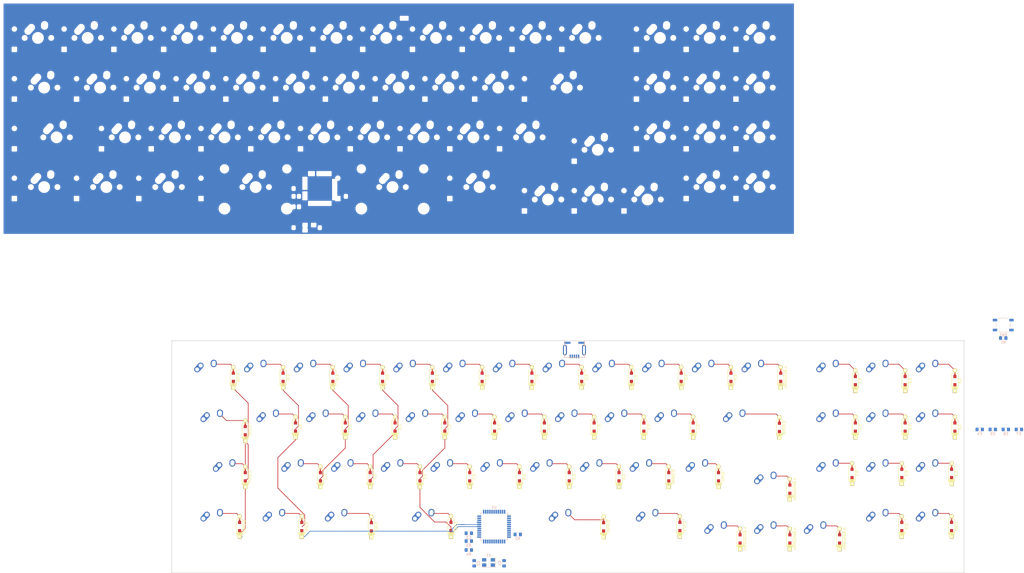
<source format=kicad_pcb>
(kicad_pcb (version 20171130) (host pcbnew "(5.0.2-5-10.14)")
  (layers (0 F.Cu signal) (31 B.Cu signal) (34 B.Paste user) (35 F.Paste user) (36 B.SilkS user) (37 F.SilkS user) (38 B.Mask user) (39 F.Mask user) (44 Edge.Cuts user))
  (net 0 "")
  (net 1 GND)
  (net 2 VCC)
  (net 3 /col0)
  (net 4 /col1)
  (net 5 /col2)
  (net 6 /col3)
  (net 7 /col4)
  (net 8 /col5)
  (net 9 /col6)
  (net 10 /col7)
  (net 11 /col8)
  (net 12 /col9)
  (net 13 /col10)
  (net 14 /col11)
  (net 15 /col12)
  (net 16 /col13)
  (net 17 /col14)
  (net 18 /col15)
  (net 19 /row0)
  (net 20 /row1)
  (net 21 /row2)
  (net 22 /row3)
  (net 23 "Net-(K_TAB-Pad1)")
  (net 24 "Net-(D_TAB-Pad2)")
  (net 25 "Net-(K_Q-Pad1)")
  (net 26 "Net-(D_Q-Pad2)")
  (net 27 "Net-(K_W-Pad1)")
  (net 28 "Net-(D_W-Pad2)")
  (net 29 "Net-(K_E-Pad1)")
  (net 30 "Net-(D_E-Pad2)")
  (net 31 "Net-(K_R-Pad1)")
  (net 32 "Net-(D_R-Pad2)")
  (net 33 "Net-(K_T-Pad1)")
  (net 34 "Net-(D_T-Pad2)")
  (net 35 "Net-(K_Y-Pad1)")
  (net 36 "Net-(D_Y-Pad2)")
  (net 37 "Net-(K_U-Pad1)")
  (net 38 "Net-(D_U-Pad2)")
  (net 39 "Net-(K_I-Pad1)")
  (net 40 "Net-(D_I-Pad2)")
  (net 41 "Net-(K_O-Pad1)")
  (net 42 "Net-(D_O-Pad2)")
  (net 43 "Net-(K_P-Pad1)")
  (net 44 "Net-(D_P-Pad2)")
  (net 45 "Net-(K_&LARR;-Pad1)")
  (net 46 "Net-(D_&LARR;-Pad2)")
  (net 47 "Net-(K_7-Pad1)")
  (net 48 "Net-(D_7-Pad2)")
  (net 49 "Net-(K_8-Pad1)")
  (net 50 "Net-(D_8-Pad2)")
  (net 51 "Net-(K_9-Pad1)")
  (net 52 "Net-(D_9-Pad2)")
  (net 53 "Net-(K_CTRL-Pad1)")
  (net 54 "Net-(D_CTRL-Pad2)")
  (net 55 "Net-(K_A-Pad1)")
  (net 56 "Net-(D_A-Pad2)")
  (net 57 "Net-(K_S-Pad1)")
  (net 58 "Net-(D_S-Pad2)")
  (net 59 "Net-(K_D-Pad1)")
  (net 60 "Net-(D_D-Pad2)")
  (net 61 "Net-(K_F-Pad1)")
  (net 62 "Net-(D_F-Pad2)")
  (net 63 "Net-(K_G-Pad1)")
  (net 64 "Net-(D_G-Pad2)")
  (net 65 "Net-(K_H-Pad1)")
  (net 66 "Net-(D_H-Pad2)")
  (net 67 "Net-(K_J-Pad1)")
  (net 68 "Net-(D_J-Pad2)")
  (net 69 "Net-(K_K-Pad1)")
  (net 70 "Net-(D_K-Pad2)")
  (net 71 "Net-(K_L-Pad1)")
  (net 72 "Net-(D_L-Pad2)")
  (net 73 "Net-(K_ENTER-Pad1)")
  (net 74 "Net-(D_ENTER-Pad2)")
  (net 75 "Net-(K_4-Pad1)")
  (net 76 "Net-(D_4-Pad2)")
  (net 77 "Net-(K_5-Pad1)")
  (net 78 "Net-(D_5-Pad2)")
  (net 79 "Net-(K_6-Pad1)")
  (net 80 "Net-(D_6-Pad2)")
  (net 81 "Net-(K_SHIFT-Pad1)")
  (net 82 "Net-(D_SHIFT-Pad2)")
  (net 83 "Net-(K_Z-Pad1)")
  (net 84 "Net-(D_Z-Pad2)")
  (net 85 "Net-(K_X-Pad1)")
  (net 86 "Net-(D_X-Pad2)")
  (net 87 "Net-(K_C-Pad1)")
  (net 88 "Net-(D_C-Pad2)")
  (net 89 "Net-(K_V-Pad1)")
  (net 90 "Net-(D_V-Pad2)")
  (net 91 "Net-(K_B-Pad1)")
  (net 92 "Net-(D_B-Pad2)")
  (net 93 "Net-(K_N-Pad1)")
  (net 94 "Net-(D_N-Pad2)")
  (net 95 "Net-(K_M-Pad1)")
  (net 96 "Net-(D_M-Pad2)")
  (net 97 "Net-(K_COMMA-Pad1)")
  (net 98 "Net-(D_COMMA-Pad2)")
  (net 99 "Net-(K_FN1-Pad1)")
  (net 100 "Net-(D_FN1-Pad2)")
  (net 101 "Net-(K_&UARR;-Pad1)")
  (net 102 "Net-(D_&UARR;-Pad2)")
  (net 103 "Net-(K_1-Pad1)")
  (net 104 "Net-(D_1-Pad2)")
  (net 105 "Net-(K_2-Pad1)")
  (net 106 "Net-(D_2-Pad2)")
  (net 107 "Net-(K_3-Pad1)")
  (net 108 "Net-(D_3-Pad2)")
  (net 109 "Net-(K_CTRL1-Pad1)")
  (net 110 "Net-(D_CTRL1-Pad2)")
  (net 111 "Net-(K_WIN-Pad1)")
  (net 112 "Net-(D_WIN-Pad2)")
  (net 113 "Net-(K_ALT-Pad1)")
  (net 114 "Net-(D_ALT-Pad2)")
  (net 115 "Net-(K_FN2-Pad1)")
  (net 116 "Net-(D_FN2-Pad2)")
  (net 117 "Net-(K_SPACE-Pad1)")
  (net 118 "Net-(D_SPACE-Pad2)")
  (net 119 "Net-(K_ALT1-Pad1)")
  (net 120 "Net-(D_ALT1-Pad2)")
  (net 121 "Net-(K_&LARR;1-Pad1)")
  (net 122 "Net-(D_&LARR;1-Pad2)")
  (net 123 "Net-(K_&DARR;-Pad1)")
  (net 124 "Net-(D_&DARR;-Pad2)")
  (net 125 "Net-(K_&RARR;-Pad1)")
  (net 126 "Net-(D_&RARR;-Pad2)")
  (net 127 "Net-(K_0-Pad1)")
  (net 128 "Net-(D_0-Pad2)")
  (net 129 "Net-(K_DOT-Pad1)")
  (net 130 "Net-(D_DOT-Pad2)")
  (net 131 "Net-(C1-Pad1)")
  (net 132 "Net-(C2-Pad1)")
  (net 133 "Net-(X1-Pad4)")
  (net 134 "Net-(R1-Pad1)")
  (net 135 "Net-(R2-Pad1)")
  (net 136 "Net-(R3-Pad1)")
  (net 137 "Net-(R4-Pad1)")
  (net 138 "Net-(USB1-Pad2)")
  (net 139 "Net-(USB1-Pad3)")
  (net 140 "Net-(USB1-Pad4)")
  (net 141 "Net-(C3-Pad1)")
  (net 142 "Net-(U1-Pad1)")
  (net 143 "Net-(U1-Pad7)")
  (net 144 "Net-(U1-Pad34)")
  (net 145 "Net-(U1-Pad36)")
  (net 146 "Net-(U1-Pad37)")
  (net 147 "Net-(U1-Pad38)")
  (net 148 "Net-(U1-Pad39)")
  (net 149 "Net-(U1-Pad42)")
  (net 150 "Net-(U1-Pad43)")
  (net 151 "Net-(U1-Pad44)")
  (module MX_Alps_Hybrid:MX-1U-NoLED (layer F.Cu) (at 74.295 139.065)
    (fp_text reference K_TAB)
    (fp_text value KEYSW)
    (pad 1 thru_hole circle (at -2.5 -4) (size 2.25 2.25) (drill 1.47) (layers *.Cu B.Mask) (net 23 "Net-(K_TAB-Pad1)"))
    (pad 1 thru_hole oval (at -3.81 -2.54 48.0996) (size 4.211556 2.25) (drill 1.47 (offset 0.980778 0)) (layers *.Cu B.Mask) (net 23 "Net-(K_TAB-Pad1)"))
    (pad 2 thru_hole oval (at 2.5 -4.5 86.0548) (size 2.831378 2.25) (drill 1.47 (offset 0.290689 0)) (layers *.Cu B.Mask) (net 24 "Net-(D_TAB-Pad2)"))
    (pad 2 thru_hole circle (at 2.54 -5.08) (size 2.25 2.25) (drill 1.47) (layers *.Cu B.Mask) (net 24 "Net-(D_TAB-Pad2)"))
    (pad "" np_thru_hole circle (at 0 0) (size 3.9878 3.9878) (drill 3.9878) (layers *.Cu *.Mask))
    (pad "" np_thru_hole circle (at -5.08 0 48.0996) (size 1.75 1.75) (drill 1.75) (layers *.Cu *.Mask))
    (pad "" np_thru_hole circle (at 5.08 0 48.0996) (size 1.75 1.75) (drill 1.75) (layers *.Cu *.Mask))
  )
  (module keyboard_parts:D_SOD123_axial (layer F.Cu) (at 84.32 139.565 90)
    (fp_text reference D_TAB (at 0 1.925 90) (layer F.SilkS) (effects (font (size 0.8 0.8)) (justify mirror)))
    (fp_text value D hide)
    (pad 1 smd rect (at -2.7 0 90) (size 2.5 0.5) (layers F.Cu) (net 3 /col0))
    (pad 1 smd rect (at -1.575 0 90) (size 1.2 1.2) (layers F.Cu F.Paste F.Mask) (net 3 /col0))
    (pad 1 thru_hole rect (at -3.9 0 90) (size 1.6 1.6) (drill 0.7) (layers *.Cu *.Mask F.SilkS) (net 3 /col0))
    (pad 2 smd rect (at 1.575 0 90) (size 1.2 1.2) (layers F.Cu F.Paste F.Mask) (net 24 "Net-(D_TAB-Pad2)"))
    (pad 2 smd rect (at 2.7 0 90) (size 2.5 0.5) (layers F.Cu) (net 24 "Net-(D_TAB-Pad2)"))
    (pad 2 thru_hole circle (at 3.9 0 90) (size 1.6 1.6) (drill 0.7) (layers *.Cu *.Mask F.SilkS) (net 24 "Net-(D_TAB-Pad2)"))
  )
  (module MX_Alps_Hybrid:MX-1U-NoLED (layer F.Cu) (at 93.345 139.065)
    (fp_text reference K_Q)
    (fp_text value KEYSW)
    (pad 1 thru_hole circle (at -2.5 -4) (size 2.25 2.25) (drill 1.47) (layers *.Cu B.Mask) (net 25 "Net-(K_Q-Pad1)"))
    (pad 1 thru_hole oval (at -3.81 -2.54 48.0996) (size 4.211556 2.25) (drill 1.47 (offset 0.980778 0)) (layers *.Cu B.Mask) (net 25 "Net-(K_Q-Pad1)"))
    (pad 2 thru_hole oval (at 2.5 -4.5 86.0548) (size 2.831378 2.25) (drill 1.47 (offset 0.290689 0)) (layers *.Cu B.Mask) (net 26 "Net-(D_Q-Pad2)"))
    (pad 2 thru_hole circle (at 2.54 -5.08) (size 2.25 2.25) (drill 1.47) (layers *.Cu B.Mask) (net 26 "Net-(D_Q-Pad2)"))
    (pad "" np_thru_hole circle (at 0 0) (size 3.9878 3.9878) (drill 3.9878) (layers *.Cu *.Mask))
    (pad "" np_thru_hole circle (at -5.08 0 48.0996) (size 1.75 1.75) (drill 1.75) (layers *.Cu *.Mask))
    (pad "" np_thru_hole circle (at 5.08 0 48.0996) (size 1.75 1.75) (drill 1.75) (layers *.Cu *.Mask))
  )
  (module keyboard_parts:D_SOD123_axial (layer F.Cu) (at 103.37 139.565 90)
    (fp_text reference D_Q (at 0 1.925 90) (layer F.SilkS) (effects (font (size 0.8 0.8)) (justify mirror)))
    (fp_text value D hide)
    (pad 1 smd rect (at -2.7 0 90) (size 2.5 0.5) (layers F.Cu) (net 4 /col1))
    (pad 1 smd rect (at -1.575 0 90) (size 1.2 1.2) (layers F.Cu F.Paste F.Mask) (net 4 /col1))
    (pad 1 thru_hole rect (at -3.9 0 90) (size 1.6 1.6) (drill 0.7) (layers *.Cu *.Mask F.SilkS) (net 4 /col1))
    (pad 2 smd rect (at 1.575 0 90) (size 1.2 1.2) (layers F.Cu F.Paste F.Mask) (net 26 "Net-(D_Q-Pad2)"))
    (pad 2 smd rect (at 2.7 0 90) (size 2.5 0.5) (layers F.Cu) (net 26 "Net-(D_Q-Pad2)"))
    (pad 2 thru_hole circle (at 3.9 0 90) (size 1.6 1.6) (drill 0.7) (layers *.Cu *.Mask F.SilkS) (net 26 "Net-(D_Q-Pad2)"))
  )
  (module MX_Alps_Hybrid:MX-1U-NoLED (layer F.Cu) (at 112.395 139.065)
    (fp_text reference K_W)
    (fp_text value KEYSW)
    (pad 1 thru_hole circle (at -2.5 -4) (size 2.25 2.25) (drill 1.47) (layers *.Cu B.Mask) (net 27 "Net-(K_W-Pad1)"))
    (pad 1 thru_hole oval (at -3.81 -2.54 48.0996) (size 4.211556 2.25) (drill 1.47 (offset 0.980778 0)) (layers *.Cu B.Mask) (net 27 "Net-(K_W-Pad1)"))
    (pad 2 thru_hole oval (at 2.5 -4.5 86.0548) (size 2.831378 2.25) (drill 1.47 (offset 0.290689 0)) (layers *.Cu B.Mask) (net 28 "Net-(D_W-Pad2)"))
    (pad 2 thru_hole circle (at 2.54 -5.08) (size 2.25 2.25) (drill 1.47) (layers *.Cu B.Mask) (net 28 "Net-(D_W-Pad2)"))
    (pad "" np_thru_hole circle (at 0 0) (size 3.9878 3.9878) (drill 3.9878) (layers *.Cu *.Mask))
    (pad "" np_thru_hole circle (at -5.08 0 48.0996) (size 1.75 1.75) (drill 1.75) (layers *.Cu *.Mask))
    (pad "" np_thru_hole circle (at 5.08 0 48.0996) (size 1.75 1.75) (drill 1.75) (layers *.Cu *.Mask))
  )
  (module keyboard_parts:D_SOD123_axial (layer F.Cu) (at 122.42 139.565 90)
    (fp_text reference D_W (at 0 1.925 90) (layer F.SilkS) (effects (font (size 0.8 0.8)) (justify mirror)))
    (fp_text value D hide)
    (pad 1 smd rect (at -2.7 0 90) (size 2.5 0.5) (layers F.Cu) (net 5 /col2))
    (pad 1 smd rect (at -1.575 0 90) (size 1.2 1.2) (layers F.Cu F.Paste F.Mask) (net 5 /col2))
    (pad 1 thru_hole rect (at -3.9 0 90) (size 1.6 1.6) (drill 0.7) (layers *.Cu *.Mask F.SilkS) (net 5 /col2))
    (pad 2 smd rect (at 1.575 0 90) (size 1.2 1.2) (layers F.Cu F.Paste F.Mask) (net 28 "Net-(D_W-Pad2)"))
    (pad 2 smd rect (at 2.7 0 90) (size 2.5 0.5) (layers F.Cu) (net 28 "Net-(D_W-Pad2)"))
    (pad 2 thru_hole circle (at 3.9 0 90) (size 1.6 1.6) (drill 0.7) (layers *.Cu *.Mask F.SilkS) (net 28 "Net-(D_W-Pad2)"))
  )
  (module MX_Alps_Hybrid:MX-1U-NoLED (layer F.Cu) (at 131.445 139.065)
    (fp_text reference K_E)
    (fp_text value KEYSW)
    (pad 1 thru_hole circle (at -2.5 -4) (size 2.25 2.25) (drill 1.47) (layers *.Cu B.Mask) (net 29 "Net-(K_E-Pad1)"))
    (pad 1 thru_hole oval (at -3.81 -2.54 48.0996) (size 4.211556 2.25) (drill 1.47 (offset 0.980778 0)) (layers *.Cu B.Mask) (net 29 "Net-(K_E-Pad1)"))
    (pad 2 thru_hole oval (at 2.5 -4.5 86.0548) (size 2.831378 2.25) (drill 1.47 (offset 0.290689 0)) (layers *.Cu B.Mask) (net 30 "Net-(D_E-Pad2)"))
    (pad 2 thru_hole circle (at 2.54 -5.08) (size 2.25 2.25) (drill 1.47) (layers *.Cu B.Mask) (net 30 "Net-(D_E-Pad2)"))
    (pad "" np_thru_hole circle (at 0 0) (size 3.9878 3.9878) (drill 3.9878) (layers *.Cu *.Mask))
    (pad "" np_thru_hole circle (at -5.08 0 48.0996) (size 1.75 1.75) (drill 1.75) (layers *.Cu *.Mask))
    (pad "" np_thru_hole circle (at 5.08 0 48.0996) (size 1.75 1.75) (drill 1.75) (layers *.Cu *.Mask))
  )
  (module keyboard_parts:D_SOD123_axial (layer F.Cu) (at 141.47 139.565 90)
    (fp_text reference D_E (at 0 1.925 90) (layer F.SilkS) (effects (font (size 0.8 0.8)) (justify mirror)))
    (fp_text value D hide)
    (pad 1 smd rect (at -2.7 0 90) (size 2.5 0.5) (layers F.Cu) (net 6 /col3))
    (pad 1 smd rect (at -1.575 0 90) (size 1.2 1.2) (layers F.Cu F.Paste F.Mask) (net 6 /col3))
    (pad 1 thru_hole rect (at -3.9 0 90) (size 1.6 1.6) (drill 0.7) (layers *.Cu *.Mask F.SilkS) (net 6 /col3))
    (pad 2 smd rect (at 1.575 0 90) (size 1.2 1.2) (layers F.Cu F.Paste F.Mask) (net 30 "Net-(D_E-Pad2)"))
    (pad 2 smd rect (at 2.7 0 90) (size 2.5 0.5) (layers F.Cu) (net 30 "Net-(D_E-Pad2)"))
    (pad 2 thru_hole circle (at 3.9 0 90) (size 1.6 1.6) (drill 0.7) (layers *.Cu *.Mask F.SilkS) (net 30 "Net-(D_E-Pad2)"))
  )
  (module MX_Alps_Hybrid:MX-1U-NoLED (layer F.Cu) (at 150.495 139.065)
    (fp_text reference K_R)
    (fp_text value KEYSW)
    (pad 1 thru_hole circle (at -2.5 -4) (size 2.25 2.25) (drill 1.47) (layers *.Cu B.Mask) (net 31 "Net-(K_R-Pad1)"))
    (pad 1 thru_hole oval (at -3.81 -2.54 48.0996) (size 4.211556 2.25) (drill 1.47 (offset 0.980778 0)) (layers *.Cu B.Mask) (net 31 "Net-(K_R-Pad1)"))
    (pad 2 thru_hole oval (at 2.5 -4.5 86.0548) (size 2.831378 2.25) (drill 1.47 (offset 0.290689 0)) (layers *.Cu B.Mask) (net 32 "Net-(D_R-Pad2)"))
    (pad 2 thru_hole circle (at 2.54 -5.08) (size 2.25 2.25) (drill 1.47) (layers *.Cu B.Mask) (net 32 "Net-(D_R-Pad2)"))
    (pad "" np_thru_hole circle (at 0 0) (size 3.9878 3.9878) (drill 3.9878) (layers *.Cu *.Mask))
    (pad "" np_thru_hole circle (at -5.08 0 48.0996) (size 1.75 1.75) (drill 1.75) (layers *.Cu *.Mask))
    (pad "" np_thru_hole circle (at 5.08 0 48.0996) (size 1.75 1.75) (drill 1.75) (layers *.Cu *.Mask))
  )
  (module keyboard_parts:D_SOD123_axial (layer F.Cu) (at 160.52 139.565 90)
    (fp_text reference D_R (at 0 1.925 90) (layer F.SilkS) (effects (font (size 0.8 0.8)) (justify mirror)))
    (fp_text value D hide)
    (pad 1 smd rect (at -2.7 0 90) (size 2.5 0.5) (layers F.Cu) (net 7 /col4))
    (pad 1 smd rect (at -1.575 0 90) (size 1.2 1.2) (layers F.Cu F.Paste F.Mask) (net 7 /col4))
    (pad 1 thru_hole rect (at -3.9 0 90) (size 1.6 1.6) (drill 0.7) (layers *.Cu *.Mask F.SilkS) (net 7 /col4))
    (pad 2 smd rect (at 1.575 0 90) (size 1.2 1.2) (layers F.Cu F.Paste F.Mask) (net 32 "Net-(D_R-Pad2)"))
    (pad 2 smd rect (at 2.7 0 90) (size 2.5 0.5) (layers F.Cu) (net 32 "Net-(D_R-Pad2)"))
    (pad 2 thru_hole circle (at 3.9 0 90) (size 1.6 1.6) (drill 0.7) (layers *.Cu *.Mask F.SilkS) (net 32 "Net-(D_R-Pad2)"))
  )
  (module MX_Alps_Hybrid:MX-1U-NoLED (layer F.Cu) (at 169.545 139.065)
    (fp_text reference K_T)
    (fp_text value KEYSW)
    (pad 1 thru_hole circle (at -2.5 -4) (size 2.25 2.25) (drill 1.47) (layers *.Cu B.Mask) (net 33 "Net-(K_T-Pad1)"))
    (pad 1 thru_hole oval (at -3.81 -2.54 48.0996) (size 4.211556 2.25) (drill 1.47 (offset 0.980778 0)) (layers *.Cu B.Mask) (net 33 "Net-(K_T-Pad1)"))
    (pad 2 thru_hole oval (at 2.5 -4.5 86.0548) (size 2.831378 2.25) (drill 1.47 (offset 0.290689 0)) (layers *.Cu B.Mask) (net 34 "Net-(D_T-Pad2)"))
    (pad 2 thru_hole circle (at 2.54 -5.08) (size 2.25 2.25) (drill 1.47) (layers *.Cu B.Mask) (net 34 "Net-(D_T-Pad2)"))
    (pad "" np_thru_hole circle (at 0 0) (size 3.9878 3.9878) (drill 3.9878) (layers *.Cu *.Mask))
    (pad "" np_thru_hole circle (at -5.08 0 48.0996) (size 1.75 1.75) (drill 1.75) (layers *.Cu *.Mask))
    (pad "" np_thru_hole circle (at 5.08 0 48.0996) (size 1.75 1.75) (drill 1.75) (layers *.Cu *.Mask))
  )
  (module keyboard_parts:D_SOD123_axial (layer F.Cu) (at 179.57 139.565 90)
    (fp_text reference D_T (at 0 1.925 90) (layer F.SilkS) (effects (font (size 0.8 0.8)) (justify mirror)))
    (fp_text value D hide)
    (pad 1 smd rect (at -2.7 0 90) (size 2.5 0.5) (layers F.Cu) (net 8 /col5))
    (pad 1 smd rect (at -1.575 0 90) (size 1.2 1.2) (layers F.Cu F.Paste F.Mask) (net 8 /col5))
    (pad 1 thru_hole rect (at -3.9 0 90) (size 1.6 1.6) (drill 0.7) (layers *.Cu *.Mask F.SilkS) (net 8 /col5))
    (pad 2 smd rect (at 1.575 0 90) (size 1.2 1.2) (layers F.Cu F.Paste F.Mask) (net 34 "Net-(D_T-Pad2)"))
    (pad 2 smd rect (at 2.7 0 90) (size 2.5 0.5) (layers F.Cu) (net 34 "Net-(D_T-Pad2)"))
    (pad 2 thru_hole circle (at 3.9 0 90) (size 1.6 1.6) (drill 0.7) (layers *.Cu *.Mask F.SilkS) (net 34 "Net-(D_T-Pad2)"))
  )
  (module MX_Alps_Hybrid:MX-1U-NoLED (layer F.Cu) (at 188.595 139.065)
    (fp_text reference K_Y)
    (fp_text value KEYSW)
    (pad 1 thru_hole circle (at -2.5 -4) (size 2.25 2.25) (drill 1.47) (layers *.Cu B.Mask) (net 35 "Net-(K_Y-Pad1)"))
    (pad 1 thru_hole oval (at -3.81 -2.54 48.0996) (size 4.211556 2.25) (drill 1.47 (offset 0.980778 0)) (layers *.Cu B.Mask) (net 35 "Net-(K_Y-Pad1)"))
    (pad 2 thru_hole oval (at 2.5 -4.5 86.0548) (size 2.831378 2.25) (drill 1.47 (offset 0.290689 0)) (layers *.Cu B.Mask) (net 36 "Net-(D_Y-Pad2)"))
    (pad 2 thru_hole circle (at 2.54 -5.08) (size 2.25 2.25) (drill 1.47) (layers *.Cu B.Mask) (net 36 "Net-(D_Y-Pad2)"))
    (pad "" np_thru_hole circle (at 0 0) (size 3.9878 3.9878) (drill 3.9878) (layers *.Cu *.Mask))
    (pad "" np_thru_hole circle (at -5.08 0 48.0996) (size 1.75 1.75) (drill 1.75) (layers *.Cu *.Mask))
    (pad "" np_thru_hole circle (at 5.08 0 48.0996) (size 1.75 1.75) (drill 1.75) (layers *.Cu *.Mask))
  )
  (module keyboard_parts:D_SOD123_axial (layer F.Cu) (at 198.62 139.565 90)
    (fp_text reference D_Y (at 0 1.925 90) (layer F.SilkS) (effects (font (size 0.8 0.8)) (justify mirror)))
    (fp_text value D hide)
    (pad 1 smd rect (at -2.7 0 90) (size 2.5 0.5) (layers F.Cu) (net 9 /col6))
    (pad 1 smd rect (at -1.575 0 90) (size 1.2 1.2) (layers F.Cu F.Paste F.Mask) (net 9 /col6))
    (pad 1 thru_hole rect (at -3.9 0 90) (size 1.6 1.6) (drill 0.7) (layers *.Cu *.Mask F.SilkS) (net 9 /col6))
    (pad 2 smd rect (at 1.575 0 90) (size 1.2 1.2) (layers F.Cu F.Paste F.Mask) (net 36 "Net-(D_Y-Pad2)"))
    (pad 2 smd rect (at 2.7 0 90) (size 2.5 0.5) (layers F.Cu) (net 36 "Net-(D_Y-Pad2)"))
    (pad 2 thru_hole circle (at 3.9 0 90) (size 1.6 1.6) (drill 0.7) (layers *.Cu *.Mask F.SilkS) (net 36 "Net-(D_Y-Pad2)"))
  )
  (module MX_Alps_Hybrid:MX-1U-NoLED (layer F.Cu) (at 207.645 139.065)
    (fp_text reference K_U)
    (fp_text value KEYSW)
    (pad 1 thru_hole circle (at -2.5 -4) (size 2.25 2.25) (drill 1.47) (layers *.Cu B.Mask) (net 37 "Net-(K_U-Pad1)"))
    (pad 1 thru_hole oval (at -3.81 -2.54 48.0996) (size 4.211556 2.25) (drill 1.47 (offset 0.980778 0)) (layers *.Cu B.Mask) (net 37 "Net-(K_U-Pad1)"))
    (pad 2 thru_hole oval (at 2.5 -4.5 86.0548) (size 2.831378 2.25) (drill 1.47 (offset 0.290689 0)) (layers *.Cu B.Mask) (net 38 "Net-(D_U-Pad2)"))
    (pad 2 thru_hole circle (at 2.54 -5.08) (size 2.25 2.25) (drill 1.47) (layers *.Cu B.Mask) (net 38 "Net-(D_U-Pad2)"))
    (pad "" np_thru_hole circle (at 0 0) (size 3.9878 3.9878) (drill 3.9878) (layers *.Cu *.Mask))
    (pad "" np_thru_hole circle (at -5.08 0 48.0996) (size 1.75 1.75) (drill 1.75) (layers *.Cu *.Mask))
    (pad "" np_thru_hole circle (at 5.08 0 48.0996) (size 1.75 1.75) (drill 1.75) (layers *.Cu *.Mask))
  )
  (module keyboard_parts:D_SOD123_axial (layer F.Cu) (at 217.67 139.565 90)
    (fp_text reference D_U (at 0 1.925 90) (layer F.SilkS) (effects (font (size 0.8 0.8)) (justify mirror)))
    (fp_text value D hide)
    (pad 1 smd rect (at -2.7 0 90) (size 2.5 0.5) (layers F.Cu) (net 10 /col7))
    (pad 1 smd rect (at -1.575 0 90) (size 1.2 1.2) (layers F.Cu F.Paste F.Mask) (net 10 /col7))
    (pad 1 thru_hole rect (at -3.9 0 90) (size 1.6 1.6) (drill 0.7) (layers *.Cu *.Mask F.SilkS) (net 10 /col7))
    (pad 2 smd rect (at 1.575 0 90) (size 1.2 1.2) (layers F.Cu F.Paste F.Mask) (net 38 "Net-(D_U-Pad2)"))
    (pad 2 smd rect (at 2.7 0 90) (size 2.5 0.5) (layers F.Cu) (net 38 "Net-(D_U-Pad2)"))
    (pad 2 thru_hole circle (at 3.9 0 90) (size 1.6 1.6) (drill 0.7) (layers *.Cu *.Mask F.SilkS) (net 38 "Net-(D_U-Pad2)"))
  )
  (module MX_Alps_Hybrid:MX-1U-NoLED (layer F.Cu) (at 226.695 139.065)
    (fp_text reference K_I)
    (fp_text value KEYSW)
    (pad 1 thru_hole circle (at -2.5 -4) (size 2.25 2.25) (drill 1.47) (layers *.Cu B.Mask) (net 39 "Net-(K_I-Pad1)"))
    (pad 1 thru_hole oval (at -3.81 -2.54 48.0996) (size 4.211556 2.25) (drill 1.47 (offset 0.980778 0)) (layers *.Cu B.Mask) (net 39 "Net-(K_I-Pad1)"))
    (pad 2 thru_hole oval (at 2.5 -4.5 86.0548) (size 2.831378 2.25) (drill 1.47 (offset 0.290689 0)) (layers *.Cu B.Mask) (net 40 "Net-(D_I-Pad2)"))
    (pad 2 thru_hole circle (at 2.54 -5.08) (size 2.25 2.25) (drill 1.47) (layers *.Cu B.Mask) (net 40 "Net-(D_I-Pad2)"))
    (pad "" np_thru_hole circle (at 0 0) (size 3.9878 3.9878) (drill 3.9878) (layers *.Cu *.Mask))
    (pad "" np_thru_hole circle (at -5.08 0 48.0996) (size 1.75 1.75) (drill 1.75) (layers *.Cu *.Mask))
    (pad "" np_thru_hole circle (at 5.08 0 48.0996) (size 1.75 1.75) (drill 1.75) (layers *.Cu *.Mask))
  )
  (module keyboard_parts:D_SOD123_axial (layer F.Cu) (at 236.72 139.565 90)
    (fp_text reference D_I (at 0 1.925 90) (layer F.SilkS) (effects (font (size 0.8 0.8)) (justify mirror)))
    (fp_text value D hide)
    (pad 1 smd rect (at -2.7 0 90) (size 2.5 0.5) (layers F.Cu) (net 11 /col8))
    (pad 1 smd rect (at -1.575 0 90) (size 1.2 1.2) (layers F.Cu F.Paste F.Mask) (net 11 /col8))
    (pad 1 thru_hole rect (at -3.9 0 90) (size 1.6 1.6) (drill 0.7) (layers *.Cu *.Mask F.SilkS) (net 11 /col8))
    (pad 2 smd rect (at 1.575 0 90) (size 1.2 1.2) (layers F.Cu F.Paste F.Mask) (net 40 "Net-(D_I-Pad2)"))
    (pad 2 smd rect (at 2.7 0 90) (size 2.5 0.5) (layers F.Cu) (net 40 "Net-(D_I-Pad2)"))
    (pad 2 thru_hole circle (at 3.9 0 90) (size 1.6 1.6) (drill 0.7) (layers *.Cu *.Mask F.SilkS) (net 40 "Net-(D_I-Pad2)"))
  )
  (module MX_Alps_Hybrid:MX-1U-NoLED (layer F.Cu) (at 245.745 139.065)
    (fp_text reference K_O)
    (fp_text value KEYSW)
    (pad 1 thru_hole circle (at -2.5 -4) (size 2.25 2.25) (drill 1.47) (layers *.Cu B.Mask) (net 41 "Net-(K_O-Pad1)"))
    (pad 1 thru_hole oval (at -3.81 -2.54 48.0996) (size 4.211556 2.25) (drill 1.47 (offset 0.980778 0)) (layers *.Cu B.Mask) (net 41 "Net-(K_O-Pad1)"))
    (pad 2 thru_hole oval (at 2.5 -4.5 86.0548) (size 2.831378 2.25) (drill 1.47 (offset 0.290689 0)) (layers *.Cu B.Mask) (net 42 "Net-(D_O-Pad2)"))
    (pad 2 thru_hole circle (at 2.54 -5.08) (size 2.25 2.25) (drill 1.47) (layers *.Cu B.Mask) (net 42 "Net-(D_O-Pad2)"))
    (pad "" np_thru_hole circle (at 0 0) (size 3.9878 3.9878) (drill 3.9878) (layers *.Cu *.Mask))
    (pad "" np_thru_hole circle (at -5.08 0 48.0996) (size 1.75 1.75) (drill 1.75) (layers *.Cu *.Mask))
    (pad "" np_thru_hole circle (at 5.08 0 48.0996) (size 1.75 1.75) (drill 1.75) (layers *.Cu *.Mask))
  )
  (module keyboard_parts:D_SOD123_axial (layer F.Cu) (at 255.77 139.565 90)
    (fp_text reference D_O (at 0 1.925 90) (layer F.SilkS) (effects (font (size 0.8 0.8)) (justify mirror)))
    (fp_text value D hide)
    (pad 1 smd rect (at -2.7 0 90) (size 2.5 0.5) (layers F.Cu) (net 12 /col9))
    (pad 1 smd rect (at -1.575 0 90) (size 1.2 1.2) (layers F.Cu F.Paste F.Mask) (net 12 /col9))
    (pad 1 thru_hole rect (at -3.9 0 90) (size 1.6 1.6) (drill 0.7) (layers *.Cu *.Mask F.SilkS) (net 12 /col9))
    (pad 2 smd rect (at 1.575 0 90) (size 1.2 1.2) (layers F.Cu F.Paste F.Mask) (net 42 "Net-(D_O-Pad2)"))
    (pad 2 smd rect (at 2.7 0 90) (size 2.5 0.5) (layers F.Cu) (net 42 "Net-(D_O-Pad2)"))
    (pad 2 thru_hole circle (at 3.9 0 90) (size 1.6 1.6) (drill 0.7) (layers *.Cu *.Mask F.SilkS) (net 42 "Net-(D_O-Pad2)"))
  )
  (module MX_Alps_Hybrid:MX-1U-NoLED (layer F.Cu) (at 264.795 139.065)
    (fp_text reference K_P)
    (fp_text value KEYSW)
    (pad 1 thru_hole circle (at -2.5 -4) (size 2.25 2.25) (drill 1.47) (layers *.Cu B.Mask) (net 43 "Net-(K_P-Pad1)"))
    (pad 1 thru_hole oval (at -3.81 -2.54 48.0996) (size 4.211556 2.25) (drill 1.47 (offset 0.980778 0)) (layers *.Cu B.Mask) (net 43 "Net-(K_P-Pad1)"))
    (pad 2 thru_hole oval (at 2.5 -4.5 86.0548) (size 2.831378 2.25) (drill 1.47 (offset 0.290689 0)) (layers *.Cu B.Mask) (net 44 "Net-(D_P-Pad2)"))
    (pad 2 thru_hole circle (at 2.54 -5.08) (size 2.25 2.25) (drill 1.47) (layers *.Cu B.Mask) (net 44 "Net-(D_P-Pad2)"))
    (pad "" np_thru_hole circle (at 0 0) (size 3.9878 3.9878) (drill 3.9878) (layers *.Cu *.Mask))
    (pad "" np_thru_hole circle (at -5.08 0 48.0996) (size 1.75 1.75) (drill 1.75) (layers *.Cu *.Mask))
    (pad "" np_thru_hole circle (at 5.08 0 48.0996) (size 1.75 1.75) (drill 1.75) (layers *.Cu *.Mask))
  )
  (module keyboard_parts:D_SOD123_axial (layer F.Cu) (at 274.82 139.565 90)
    (fp_text reference D_P (at 0 1.925 90) (layer F.SilkS) (effects (font (size 0.8 0.8)) (justify mirror)))
    (fp_text value D hide)
    (pad 1 smd rect (at -2.7 0 90) (size 2.5 0.5) (layers F.Cu) (net 13 /col10))
    (pad 1 smd rect (at -1.575 0 90) (size 1.2 1.2) (layers F.Cu F.Paste F.Mask) (net 13 /col10))
    (pad 1 thru_hole rect (at -3.9 0 90) (size 1.6 1.6) (drill 0.7) (layers *.Cu *.Mask F.SilkS) (net 13 /col10))
    (pad 2 smd rect (at 1.575 0 90) (size 1.2 1.2) (layers F.Cu F.Paste F.Mask) (net 44 "Net-(D_P-Pad2)"))
    (pad 2 smd rect (at 2.7 0 90) (size 2.5 0.5) (layers F.Cu) (net 44 "Net-(D_P-Pad2)"))
    (pad 2 thru_hole circle (at 3.9 0 90) (size 1.6 1.6) (drill 0.7) (layers *.Cu *.Mask F.SilkS) (net 44 "Net-(D_P-Pad2)"))
  )
  (module MX_Alps_Hybrid:MX-1U-NoLED (layer F.Cu) (at 283.845 139.065)
    (fp_text reference K_&amp;LARR;)
    (fp_text value KEYSW)
    (pad 1 thru_hole circle (at -2.5 -4) (size 2.25 2.25) (drill 1.47) (layers *.Cu B.Mask) (net 45 "Net-(K_&LARR;-Pad1)"))
    (pad 1 thru_hole oval (at -3.81 -2.54 48.0996) (size 4.211556 2.25) (drill 1.47 (offset 0.980778 0)) (layers *.Cu B.Mask) (net 45 "Net-(K_&LARR;-Pad1)"))
    (pad 2 thru_hole oval (at 2.5 -4.5 86.0548) (size 2.831378 2.25) (drill 1.47 (offset 0.290689 0)) (layers *.Cu B.Mask) (net 46 "Net-(D_&LARR;-Pad2)"))
    (pad 2 thru_hole circle (at 2.54 -5.08) (size 2.25 2.25) (drill 1.47) (layers *.Cu B.Mask) (net 46 "Net-(D_&LARR;-Pad2)"))
    (pad "" np_thru_hole circle (at 0 0) (size 3.9878 3.9878) (drill 3.9878) (layers *.Cu *.Mask))
    (pad "" np_thru_hole circle (at -5.08 0 48.0996) (size 1.75 1.75) (drill 1.75) (layers *.Cu *.Mask))
    (pad "" np_thru_hole circle (at 5.08 0 48.0996) (size 1.75 1.75) (drill 1.75) (layers *.Cu *.Mask))
  )
  (module keyboard_parts:D_SOD123_axial (layer F.Cu) (at 293.87 139.565 90)
    (fp_text reference D_&amp;LARR; (at 0 1.925 90) (layer F.SilkS) (effects (font (size 0.8 0.8)) (justify mirror)))
    (fp_text value D hide)
    (pad 1 smd rect (at -2.7 0 90) (size 2.5 0.5) (layers F.Cu) (net 14 /col11))
    (pad 1 smd rect (at -1.575 0 90) (size 1.2 1.2) (layers F.Cu F.Paste F.Mask) (net 14 /col11))
    (pad 1 thru_hole rect (at -3.9 0 90) (size 1.6 1.6) (drill 0.7) (layers *.Cu *.Mask F.SilkS) (net 14 /col11))
    (pad 2 smd rect (at 1.575 0 90) (size 1.2 1.2) (layers F.Cu F.Paste F.Mask) (net 46 "Net-(D_&LARR;-Pad2)"))
    (pad 2 smd rect (at 2.7 0 90) (size 2.5 0.5) (layers F.Cu) (net 46 "Net-(D_&LARR;-Pad2)"))
    (pad 2 thru_hole circle (at 3.9 0 90) (size 1.6 1.6) (drill 0.7) (layers *.Cu *.Mask F.SilkS) (net 46 "Net-(D_&LARR;-Pad2)"))
  )
  (module MX_Alps_Hybrid:MX-1U-NoLED (layer F.Cu) (at 312.42 139.065)
    (fp_text reference K_7)
    (fp_text value KEYSW)
    (pad 1 thru_hole circle (at -2.5 -4) (size 2.25 2.25) (drill 1.47) (layers *.Cu B.Mask) (net 47 "Net-(K_7-Pad1)"))
    (pad 1 thru_hole oval (at -3.81 -2.54 48.0996) (size 4.211556 2.25) (drill 1.47 (offset 0.980778 0)) (layers *.Cu B.Mask) (net 47 "Net-(K_7-Pad1)"))
    (pad 2 thru_hole oval (at 2.5 -4.5 86.0548) (size 2.831378 2.25) (drill 1.47 (offset 0.290689 0)) (layers *.Cu B.Mask) (net 48 "Net-(D_7-Pad2)"))
    (pad 2 thru_hole circle (at 2.54 -5.08) (size 2.25 2.25) (drill 1.47) (layers *.Cu B.Mask) (net 48 "Net-(D_7-Pad2)"))
    (pad "" np_thru_hole circle (at 0 0) (size 3.9878 3.9878) (drill 3.9878) (layers *.Cu *.Mask))
    (pad "" np_thru_hole circle (at -5.08 0 48.0996) (size 1.75 1.75) (drill 1.75) (layers *.Cu *.Mask))
    (pad "" np_thru_hole circle (at 5.08 0 48.0996) (size 1.75 1.75) (drill 1.75) (layers *.Cu *.Mask))
  )
  (module keyboard_parts:D_SOD123_axial (layer F.Cu) (at 322.445 140.835 90)
    (fp_text reference D_7 (at 0 1.925 90) (layer F.SilkS) (effects (font (size 0.8 0.8)) (justify mirror)))
    (fp_text value D hide)
    (pad 1 smd rect (at -2.7 0 90) (size 2.5 0.5) (layers F.Cu) (net 16 /col13))
    (pad 1 smd rect (at -1.575 0 90) (size 1.2 1.2) (layers F.Cu F.Paste F.Mask) (net 16 /col13))
    (pad 1 thru_hole rect (at -3.9 0 90) (size 1.6 1.6) (drill 0.7) (layers *.Cu *.Mask F.SilkS) (net 16 /col13))
    (pad 2 smd rect (at 1.575 0 90) (size 1.2 1.2) (layers F.Cu F.Paste F.Mask) (net 48 "Net-(D_7-Pad2)"))
    (pad 2 smd rect (at 2.7 0 90) (size 2.5 0.5) (layers F.Cu) (net 48 "Net-(D_7-Pad2)"))
    (pad 2 thru_hole circle (at 3.9 0 90) (size 1.6 1.6) (drill 0.7) (layers *.Cu *.Mask F.SilkS) (net 48 "Net-(D_7-Pad2)"))
  )
  (module MX_Alps_Hybrid:MX-1U-NoLED (layer F.Cu) (at 331.47 139.065)
    (fp_text reference K_8)
    (fp_text value KEYSW)
    (pad 1 thru_hole circle (at -2.5 -4) (size 2.25 2.25) (drill 1.47) (layers *.Cu B.Mask) (net 49 "Net-(K_8-Pad1)"))
    (pad 1 thru_hole oval (at -3.81 -2.54 48.0996) (size 4.211556 2.25) (drill 1.47 (offset 0.980778 0)) (layers *.Cu B.Mask) (net 49 "Net-(K_8-Pad1)"))
    (pad 2 thru_hole oval (at 2.5 -4.5 86.0548) (size 2.831378 2.25) (drill 1.47 (offset 0.290689 0)) (layers *.Cu B.Mask) (net 50 "Net-(D_8-Pad2)"))
    (pad 2 thru_hole circle (at 2.54 -5.08) (size 2.25 2.25) (drill 1.47) (layers *.Cu B.Mask) (net 50 "Net-(D_8-Pad2)"))
    (pad "" np_thru_hole circle (at 0 0) (size 3.9878 3.9878) (drill 3.9878) (layers *.Cu *.Mask))
    (pad "" np_thru_hole circle (at -5.08 0 48.0996) (size 1.75 1.75) (drill 1.75) (layers *.Cu *.Mask))
    (pad "" np_thru_hole circle (at 5.08 0 48.0996) (size 1.75 1.75) (drill 1.75) (layers *.Cu *.Mask))
  )
  (module keyboard_parts:D_SOD123_axial (layer F.Cu) (at 341.495 140.835 90)
    (fp_text reference D_8 (at 0 1.925 90) (layer F.SilkS) (effects (font (size 0.8 0.8)) (justify mirror)))
    (fp_text value D hide)
    (pad 1 smd rect (at -2.7 0 90) (size 2.5 0.5) (layers F.Cu) (net 17 /col14))
    (pad 1 smd rect (at -1.575 0 90) (size 1.2 1.2) (layers F.Cu F.Paste F.Mask) (net 17 /col14))
    (pad 1 thru_hole rect (at -3.9 0 90) (size 1.6 1.6) (drill 0.7) (layers *.Cu *.Mask F.SilkS) (net 17 /col14))
    (pad 2 smd rect (at 1.575 0 90) (size 1.2 1.2) (layers F.Cu F.Paste F.Mask) (net 50 "Net-(D_8-Pad2)"))
    (pad 2 smd rect (at 2.7 0 90) (size 2.5 0.5) (layers F.Cu) (net 50 "Net-(D_8-Pad2)"))
    (pad 2 thru_hole circle (at 3.9 0 90) (size 1.6 1.6) (drill 0.7) (layers *.Cu *.Mask F.SilkS) (net 50 "Net-(D_8-Pad2)"))
  )
  (module MX_Alps_Hybrid:MX-1U-NoLED (layer F.Cu) (at 350.52 139.065)
    (fp_text reference K_9)
    (fp_text value KEYSW)
    (pad 1 thru_hole circle (at -2.5 -4) (size 2.25 2.25) (drill 1.47) (layers *.Cu B.Mask) (net 51 "Net-(K_9-Pad1)"))
    (pad 1 thru_hole oval (at -3.81 -2.54 48.0996) (size 4.211556 2.25) (drill 1.47 (offset 0.980778 0)) (layers *.Cu B.Mask) (net 51 "Net-(K_9-Pad1)"))
    (pad 2 thru_hole oval (at 2.5 -4.5 86.0548) (size 2.831378 2.25) (drill 1.47 (offset 0.290689 0)) (layers *.Cu B.Mask) (net 52 "Net-(D_9-Pad2)"))
    (pad 2 thru_hole circle (at 2.54 -5.08) (size 2.25 2.25) (drill 1.47) (layers *.Cu B.Mask) (net 52 "Net-(D_9-Pad2)"))
    (pad "" np_thru_hole circle (at 0 0) (size 3.9878 3.9878) (drill 3.9878) (layers *.Cu *.Mask))
    (pad "" np_thru_hole circle (at -5.08 0 48.0996) (size 1.75 1.75) (drill 1.75) (layers *.Cu *.Mask))
    (pad "" np_thru_hole circle (at 5.08 0 48.0996) (size 1.75 1.75) (drill 1.75) (layers *.Cu *.Mask))
  )
  (module keyboard_parts:D_SOD123_axial (layer F.Cu) (at 360.545 140.835 90)
    (fp_text reference D_9 (at 0 1.925 90) (layer F.SilkS) (effects (font (size 0.8 0.8)) (justify mirror)))
    (fp_text value D hide)
    (pad 1 smd rect (at -2.7 0 90) (size 2.5 0.5) (layers F.Cu) (net 18 /col15))
    (pad 1 smd rect (at -1.575 0 90) (size 1.2 1.2) (layers F.Cu F.Paste F.Mask) (net 18 /col15))
    (pad 1 thru_hole rect (at -3.9 0 90) (size 1.6 1.6) (drill 0.7) (layers *.Cu *.Mask F.SilkS) (net 18 /col15))
    (pad 2 smd rect (at 1.575 0 90) (size 1.2 1.2) (layers F.Cu F.Paste F.Mask) (net 52 "Net-(D_9-Pad2)"))
    (pad 2 smd rect (at 2.7 0 90) (size 2.5 0.5) (layers F.Cu) (net 52 "Net-(D_9-Pad2)"))
    (pad 2 thru_hole circle (at 3.9 0 90) (size 1.6 1.6) (drill 0.7) (layers *.Cu *.Mask F.SilkS) (net 52 "Net-(D_9-Pad2)"))
  )
  (module MX_Alps_Hybrid:MX-1.25U-NoLED (layer F.Cu) (at 76.67625 158.115)
    (fp_text reference K_CTRL)
    (fp_text value KEYSW)
    (pad 1 thru_hole circle (at -2.5 -4) (size 2.25 2.25) (drill 1.47) (layers *.Cu B.Mask) (net 53 "Net-(K_CTRL-Pad1)"))
    (pad 1 thru_hole oval (at -3.81 -2.54 48.0996) (size 4.211556 2.25) (drill 1.47 (offset 0.980778 0)) (layers *.Cu B.Mask) (net 53 "Net-(K_CTRL-Pad1)"))
    (pad 2 thru_hole oval (at 2.5 -4.5 86.0548) (size 2.831378 2.25) (drill 1.47 (offset 0.290689 0)) (layers *.Cu B.Mask) (net 54 "Net-(D_CTRL-Pad2)"))
    (pad 2 thru_hole circle (at 2.54 -5.08) (size 2.25 2.25) (drill 1.47) (layers *.Cu B.Mask) (net 54 "Net-(D_CTRL-Pad2)"))
    (pad "" np_thru_hole circle (at 0 0) (size 3.9878 3.9878) (drill 3.9878) (layers *.Cu *.Mask))
    (pad "" np_thru_hole circle (at -5.08 0 48.0996) (size 1.75 1.75) (drill 1.75) (layers *.Cu *.Mask))
    (pad "" np_thru_hole circle (at 5.08 0 48.0996) (size 1.75 1.75) (drill 1.75) (layers *.Cu *.Mask))
  )
  (module keyboard_parts:D_SOD123_axial (layer F.Cu) (at 88.9 160.02 90)
    (fp_text reference D_CTRL (at 0 1.925 90) (layer F.SilkS) (effects (font (size 0.8 0.8)) (justify mirror)))
    (fp_text value D hide)
    (pad 1 smd rect (at -2.7 0 90) (size 2.5 0.5) (layers F.Cu) (net 3 /col0))
    (pad 1 smd rect (at -1.575 0 90) (size 1.2 1.2) (layers F.Cu F.Paste F.Mask) (net 3 /col0))
    (pad 1 thru_hole rect (at -3.9 0 90) (size 1.6 1.6) (drill 0.7) (layers *.Cu *.Mask F.SilkS) (net 3 /col0))
    (pad 2 smd rect (at 1.575 0 90) (size 1.2 1.2) (layers F.Cu F.Paste F.Mask) (net 54 "Net-(D_CTRL-Pad2)"))
    (pad 2 smd rect (at 2.7 0 90) (size 2.5 0.5) (layers F.Cu) (net 54 "Net-(D_CTRL-Pad2)"))
    (pad 2 thru_hole circle (at 3.9 0 90) (size 1.6 1.6) (drill 0.7) (layers *.Cu *.Mask F.SilkS) (net 54 "Net-(D_CTRL-Pad2)"))
  )
  (module MX_Alps_Hybrid:MX-1U-NoLED (layer F.Cu) (at 98.1075 158.115)
    (fp_text reference K_A)
    (fp_text value KEYSW)
    (pad 1 thru_hole circle (at -2.5 -4) (size 2.25 2.25) (drill 1.47) (layers *.Cu B.Mask) (net 55 "Net-(K_A-Pad1)"))
    (pad 1 thru_hole oval (at -3.81 -2.54 48.0996) (size 4.211556 2.25) (drill 1.47 (offset 0.980778 0)) (layers *.Cu B.Mask) (net 55 "Net-(K_A-Pad1)"))
    (pad 2 thru_hole oval (at 2.5 -4.5 86.0548) (size 2.831378 2.25) (drill 1.47 (offset 0.290689 0)) (layers *.Cu B.Mask) (net 56 "Net-(D_A-Pad2)"))
    (pad 2 thru_hole circle (at 2.54 -5.08) (size 2.25 2.25) (drill 1.47) (layers *.Cu B.Mask) (net 56 "Net-(D_A-Pad2)"))
    (pad "" np_thru_hole circle (at 0 0) (size 3.9878 3.9878) (drill 3.9878) (layers *.Cu *.Mask))
    (pad "" np_thru_hole circle (at -5.08 0 48.0996) (size 1.75 1.75) (drill 1.75) (layers *.Cu *.Mask))
    (pad "" np_thru_hole circle (at 5.08 0 48.0996) (size 1.75 1.75) (drill 1.75) (layers *.Cu *.Mask))
  )
  (module keyboard_parts:D_SOD123_axial (layer F.Cu) (at 108.1325 158.615 90)
    (fp_text reference D_A (at 0 1.925 90) (layer F.SilkS) (effects (font (size 0.8 0.8)) (justify mirror)))
    (fp_text value D hide)
    (pad 1 smd rect (at -2.7 0 90) (size 2.5 0.5) (layers F.Cu) (net 4 /col1))
    (pad 1 smd rect (at -1.575 0 90) (size 1.2 1.2) (layers F.Cu F.Paste F.Mask) (net 4 /col1))
    (pad 1 thru_hole rect (at -3.9 0 90) (size 1.6 1.6) (drill 0.7) (layers *.Cu *.Mask F.SilkS) (net 4 /col1))
    (pad 2 smd rect (at 1.575 0 90) (size 1.2 1.2) (layers F.Cu F.Paste F.Mask) (net 56 "Net-(D_A-Pad2)"))
    (pad 2 smd rect (at 2.7 0 90) (size 2.5 0.5) (layers F.Cu) (net 56 "Net-(D_A-Pad2)"))
    (pad 2 thru_hole circle (at 3.9 0 90) (size 1.6 1.6) (drill 0.7) (layers *.Cu *.Mask F.SilkS) (net 56 "Net-(D_A-Pad2)"))
  )
  (module MX_Alps_Hybrid:MX-1U-NoLED (layer F.Cu) (at 117.1575 158.115)
    (fp_text reference K_S)
    (fp_text value KEYSW)
    (pad 1 thru_hole circle (at -2.5 -4) (size 2.25 2.25) (drill 1.47) (layers *.Cu B.Mask) (net 57 "Net-(K_S-Pad1)"))
    (pad 1 thru_hole oval (at -3.81 -2.54 48.0996) (size 4.211556 2.25) (drill 1.47 (offset 0.980778 0)) (layers *.Cu B.Mask) (net 57 "Net-(K_S-Pad1)"))
    (pad 2 thru_hole oval (at 2.5 -4.5 86.0548) (size 2.831378 2.25) (drill 1.47 (offset 0.290689 0)) (layers *.Cu B.Mask) (net 58 "Net-(D_S-Pad2)"))
    (pad 2 thru_hole circle (at 2.54 -5.08) (size 2.25 2.25) (drill 1.47) (layers *.Cu B.Mask) (net 58 "Net-(D_S-Pad2)"))
    (pad "" np_thru_hole circle (at 0 0) (size 3.9878 3.9878) (drill 3.9878) (layers *.Cu *.Mask))
    (pad "" np_thru_hole circle (at -5.08 0 48.0996) (size 1.75 1.75) (drill 1.75) (layers *.Cu *.Mask))
    (pad "" np_thru_hole circle (at 5.08 0 48.0996) (size 1.75 1.75) (drill 1.75) (layers *.Cu *.Mask))
  )
  (module keyboard_parts:D_SOD123_axial (layer F.Cu) (at 127.1825 158.615 90)
    (fp_text reference D_S (at 0 1.925 90) (layer F.SilkS) (effects (font (size 0.8 0.8)) (justify mirror)))
    (fp_text value D hide)
    (pad 1 smd rect (at -2.7 0 90) (size 2.5 0.5) (layers F.Cu) (net 5 /col2))
    (pad 1 smd rect (at -1.575 0 90) (size 1.2 1.2) (layers F.Cu F.Paste F.Mask) (net 5 /col2))
    (pad 1 thru_hole rect (at -3.9 0 90) (size 1.6 1.6) (drill 0.7) (layers *.Cu *.Mask F.SilkS) (net 5 /col2))
    (pad 2 smd rect (at 1.575 0 90) (size 1.2 1.2) (layers F.Cu F.Paste F.Mask) (net 58 "Net-(D_S-Pad2)"))
    (pad 2 smd rect (at 2.7 0 90) (size 2.5 0.5) (layers F.Cu) (net 58 "Net-(D_S-Pad2)"))
    (pad 2 thru_hole circle (at 3.9 0 90) (size 1.6 1.6) (drill 0.7) (layers *.Cu *.Mask F.SilkS) (net 58 "Net-(D_S-Pad2)"))
  )
  (module MX_Alps_Hybrid:MX-1U-NoLED (layer F.Cu) (at 136.2075 158.115)
    (fp_text reference K_D)
    (fp_text value KEYSW)
    (pad 1 thru_hole circle (at -2.5 -4) (size 2.25 2.25) (drill 1.47) (layers *.Cu B.Mask) (net 59 "Net-(K_D-Pad1)"))
    (pad 1 thru_hole oval (at -3.81 -2.54 48.0996) (size 4.211556 2.25) (drill 1.47 (offset 0.980778 0)) (layers *.Cu B.Mask) (net 59 "Net-(K_D-Pad1)"))
    (pad 2 thru_hole oval (at 2.5 -4.5 86.0548) (size 2.831378 2.25) (drill 1.47 (offset 0.290689 0)) (layers *.Cu B.Mask) (net 60 "Net-(D_D-Pad2)"))
    (pad 2 thru_hole circle (at 2.54 -5.08) (size 2.25 2.25) (drill 1.47) (layers *.Cu B.Mask) (net 60 "Net-(D_D-Pad2)"))
    (pad "" np_thru_hole circle (at 0 0) (size 3.9878 3.9878) (drill 3.9878) (layers *.Cu *.Mask))
    (pad "" np_thru_hole circle (at -5.08 0 48.0996) (size 1.75 1.75) (drill 1.75) (layers *.Cu *.Mask))
    (pad "" np_thru_hole circle (at 5.08 0 48.0996) (size 1.75 1.75) (drill 1.75) (layers *.Cu *.Mask))
  )
  (module keyboard_parts:D_SOD123_axial (layer F.Cu) (at 146.2325 158.615 90)
    (fp_text reference D_D (at 0 1.925 90) (layer F.SilkS) (effects (font (size 0.8 0.8)) (justify mirror)))
    (fp_text value D hide)
    (pad 1 smd rect (at -2.7 0 90) (size 2.5 0.5) (layers F.Cu) (net 6 /col3))
    (pad 1 smd rect (at -1.575 0 90) (size 1.2 1.2) (layers F.Cu F.Paste F.Mask) (net 6 /col3))
    (pad 1 thru_hole rect (at -3.9 0 90) (size 1.6 1.6) (drill 0.7) (layers *.Cu *.Mask F.SilkS) (net 6 /col3))
    (pad 2 smd rect (at 1.575 0 90) (size 1.2 1.2) (layers F.Cu F.Paste F.Mask) (net 60 "Net-(D_D-Pad2)"))
    (pad 2 smd rect (at 2.7 0 90) (size 2.5 0.5) (layers F.Cu) (net 60 "Net-(D_D-Pad2)"))
    (pad 2 thru_hole circle (at 3.9 0 90) (size 1.6 1.6) (drill 0.7) (layers *.Cu *.Mask F.SilkS) (net 60 "Net-(D_D-Pad2)"))
  )
  (module MX_Alps_Hybrid:MX-1U-NoLED (layer F.Cu) (at 155.2575 158.115)
    (fp_text reference K_F)
    (fp_text value KEYSW)
    (pad 1 thru_hole circle (at -2.5 -4) (size 2.25 2.25) (drill 1.47) (layers *.Cu B.Mask) (net 61 "Net-(K_F-Pad1)"))
    (pad 1 thru_hole oval (at -3.81 -2.54 48.0996) (size 4.211556 2.25) (drill 1.47 (offset 0.980778 0)) (layers *.Cu B.Mask) (net 61 "Net-(K_F-Pad1)"))
    (pad 2 thru_hole oval (at 2.5 -4.5 86.0548) (size 2.831378 2.25) (drill 1.47 (offset 0.290689 0)) (layers *.Cu B.Mask) (net 62 "Net-(D_F-Pad2)"))
    (pad 2 thru_hole circle (at 2.54 -5.08) (size 2.25 2.25) (drill 1.47) (layers *.Cu B.Mask) (net 62 "Net-(D_F-Pad2)"))
    (pad "" np_thru_hole circle (at 0 0) (size 3.9878 3.9878) (drill 3.9878) (layers *.Cu *.Mask))
    (pad "" np_thru_hole circle (at -5.08 0 48.0996) (size 1.75 1.75) (drill 1.75) (layers *.Cu *.Mask))
    (pad "" np_thru_hole circle (at 5.08 0 48.0996) (size 1.75 1.75) (drill 1.75) (layers *.Cu *.Mask))
  )
  (module keyboard_parts:D_SOD123_axial (layer F.Cu) (at 165.2825 158.615 90)
    (fp_text reference D_F (at 0 1.925 90) (layer F.SilkS) (effects (font (size 0.8 0.8)) (justify mirror)))
    (fp_text value D hide)
    (pad 1 smd rect (at -2.7 0 90) (size 2.5 0.5) (layers F.Cu) (net 7 /col4))
    (pad 1 smd rect (at -1.575 0 90) (size 1.2 1.2) (layers F.Cu F.Paste F.Mask) (net 7 /col4))
    (pad 1 thru_hole rect (at -3.9 0 90) (size 1.6 1.6) (drill 0.7) (layers *.Cu *.Mask F.SilkS) (net 7 /col4))
    (pad 2 smd rect (at 1.575 0 90) (size 1.2 1.2) (layers F.Cu F.Paste F.Mask) (net 62 "Net-(D_F-Pad2)"))
    (pad 2 smd rect (at 2.7 0 90) (size 2.5 0.5) (layers F.Cu) (net 62 "Net-(D_F-Pad2)"))
    (pad 2 thru_hole circle (at 3.9 0 90) (size 1.6 1.6) (drill 0.7) (layers *.Cu *.Mask F.SilkS) (net 62 "Net-(D_F-Pad2)"))
  )
  (module MX_Alps_Hybrid:MX-1U-NoLED (layer F.Cu) (at 174.3075 158.115)
    (fp_text reference K_G)
    (fp_text value KEYSW)
    (pad 1 thru_hole circle (at -2.5 -4) (size 2.25 2.25) (drill 1.47) (layers *.Cu B.Mask) (net 63 "Net-(K_G-Pad1)"))
    (pad 1 thru_hole oval (at -3.81 -2.54 48.0996) (size 4.211556 2.25) (drill 1.47 (offset 0.980778 0)) (layers *.Cu B.Mask) (net 63 "Net-(K_G-Pad1)"))
    (pad 2 thru_hole oval (at 2.5 -4.5 86.0548) (size 2.831378 2.25) (drill 1.47 (offset 0.290689 0)) (layers *.Cu B.Mask) (net 64 "Net-(D_G-Pad2)"))
    (pad 2 thru_hole circle (at 2.54 -5.08) (size 2.25 2.25) (drill 1.47) (layers *.Cu B.Mask) (net 64 "Net-(D_G-Pad2)"))
    (pad "" np_thru_hole circle (at 0 0) (size 3.9878 3.9878) (drill 3.9878) (layers *.Cu *.Mask))
    (pad "" np_thru_hole circle (at -5.08 0 48.0996) (size 1.75 1.75) (drill 1.75) (layers *.Cu *.Mask))
    (pad "" np_thru_hole circle (at 5.08 0 48.0996) (size 1.75 1.75) (drill 1.75) (layers *.Cu *.Mask))
  )
  (module keyboard_parts:D_SOD123_axial (layer F.Cu) (at 184.3325 158.615 90)
    (fp_text reference D_G (at 0 1.925 90) (layer F.SilkS) (effects (font (size 0.8 0.8)) (justify mirror)))
    (fp_text value D hide)
    (pad 1 smd rect (at -2.7 0 90) (size 2.5 0.5) (layers F.Cu) (net 8 /col5))
    (pad 1 smd rect (at -1.575 0 90) (size 1.2 1.2) (layers F.Cu F.Paste F.Mask) (net 8 /col5))
    (pad 1 thru_hole rect (at -3.9 0 90) (size 1.6 1.6) (drill 0.7) (layers *.Cu *.Mask F.SilkS) (net 8 /col5))
    (pad 2 smd rect (at 1.575 0 90) (size 1.2 1.2) (layers F.Cu F.Paste F.Mask) (net 64 "Net-(D_G-Pad2)"))
    (pad 2 smd rect (at 2.7 0 90) (size 2.5 0.5) (layers F.Cu) (net 64 "Net-(D_G-Pad2)"))
    (pad 2 thru_hole circle (at 3.9 0 90) (size 1.6 1.6) (drill 0.7) (layers *.Cu *.Mask F.SilkS) (net 64 "Net-(D_G-Pad2)"))
  )
  (module MX_Alps_Hybrid:MX-1U-NoLED (layer F.Cu) (at 193.3575 158.115)
    (fp_text reference K_H)
    (fp_text value KEYSW)
    (pad 1 thru_hole circle (at -2.5 -4) (size 2.25 2.25) (drill 1.47) (layers *.Cu B.Mask) (net 65 "Net-(K_H-Pad1)"))
    (pad 1 thru_hole oval (at -3.81 -2.54 48.0996) (size 4.211556 2.25) (drill 1.47 (offset 0.980778 0)) (layers *.Cu B.Mask) (net 65 "Net-(K_H-Pad1)"))
    (pad 2 thru_hole oval (at 2.5 -4.5 86.0548) (size 2.831378 2.25) (drill 1.47 (offset 0.290689 0)) (layers *.Cu B.Mask) (net 66 "Net-(D_H-Pad2)"))
    (pad 2 thru_hole circle (at 2.54 -5.08) (size 2.25 2.25) (drill 1.47) (layers *.Cu B.Mask) (net 66 "Net-(D_H-Pad2)"))
    (pad "" np_thru_hole circle (at 0 0) (size 3.9878 3.9878) (drill 3.9878) (layers *.Cu *.Mask))
    (pad "" np_thru_hole circle (at -5.08 0 48.0996) (size 1.75 1.75) (drill 1.75) (layers *.Cu *.Mask))
    (pad "" np_thru_hole circle (at 5.08 0 48.0996) (size 1.75 1.75) (drill 1.75) (layers *.Cu *.Mask))
  )
  (module keyboard_parts:D_SOD123_axial (layer F.Cu) (at 203.3825 158.615 90)
    (fp_text reference D_H (at 0 1.925 90) (layer F.SilkS) (effects (font (size 0.8 0.8)) (justify mirror)))
    (fp_text value D hide)
    (pad 1 smd rect (at -2.7 0 90) (size 2.5 0.5) (layers F.Cu) (net 9 /col6))
    (pad 1 smd rect (at -1.575 0 90) (size 1.2 1.2) (layers F.Cu F.Paste F.Mask) (net 9 /col6))
    (pad 1 thru_hole rect (at -3.9 0 90) (size 1.6 1.6) (drill 0.7) (layers *.Cu *.Mask F.SilkS) (net 9 /col6))
    (pad 2 smd rect (at 1.575 0 90) (size 1.2 1.2) (layers F.Cu F.Paste F.Mask) (net 66 "Net-(D_H-Pad2)"))
    (pad 2 smd rect (at 2.7 0 90) (size 2.5 0.5) (layers F.Cu) (net 66 "Net-(D_H-Pad2)"))
    (pad 2 thru_hole circle (at 3.9 0 90) (size 1.6 1.6) (drill 0.7) (layers *.Cu *.Mask F.SilkS) (net 66 "Net-(D_H-Pad2)"))
  )
  (module MX_Alps_Hybrid:MX-1U-NoLED (layer F.Cu) (at 212.4075 158.115)
    (fp_text reference K_J)
    (fp_text value KEYSW)
    (pad 1 thru_hole circle (at -2.5 -4) (size 2.25 2.25) (drill 1.47) (layers *.Cu B.Mask) (net 67 "Net-(K_J-Pad1)"))
    (pad 1 thru_hole oval (at -3.81 -2.54 48.0996) (size 4.211556 2.25) (drill 1.47 (offset 0.980778 0)) (layers *.Cu B.Mask) (net 67 "Net-(K_J-Pad1)"))
    (pad 2 thru_hole oval (at 2.5 -4.5 86.0548) (size 2.831378 2.25) (drill 1.47 (offset 0.290689 0)) (layers *.Cu B.Mask) (net 68 "Net-(D_J-Pad2)"))
    (pad 2 thru_hole circle (at 2.54 -5.08) (size 2.25 2.25) (drill 1.47) (layers *.Cu B.Mask) (net 68 "Net-(D_J-Pad2)"))
    (pad "" np_thru_hole circle (at 0 0) (size 3.9878 3.9878) (drill 3.9878) (layers *.Cu *.Mask))
    (pad "" np_thru_hole circle (at -5.08 0 48.0996) (size 1.75 1.75) (drill 1.75) (layers *.Cu *.Mask))
    (pad "" np_thru_hole circle (at 5.08 0 48.0996) (size 1.75 1.75) (drill 1.75) (layers *.Cu *.Mask))
  )
  (module keyboard_parts:D_SOD123_axial (layer F.Cu) (at 222.4325 158.615 90)
    (fp_text reference D_J (at 0 1.925 90) (layer F.SilkS) (effects (font (size 0.8 0.8)) (justify mirror)))
    (fp_text value D hide)
    (pad 1 smd rect (at -2.7 0 90) (size 2.5 0.5) (layers F.Cu) (net 10 /col7))
    (pad 1 smd rect (at -1.575 0 90) (size 1.2 1.2) (layers F.Cu F.Paste F.Mask) (net 10 /col7))
    (pad 1 thru_hole rect (at -3.9 0 90) (size 1.6 1.6) (drill 0.7) (layers *.Cu *.Mask F.SilkS) (net 10 /col7))
    (pad 2 smd rect (at 1.575 0 90) (size 1.2 1.2) (layers F.Cu F.Paste F.Mask) (net 68 "Net-(D_J-Pad2)"))
    (pad 2 smd rect (at 2.7 0 90) (size 2.5 0.5) (layers F.Cu) (net 68 "Net-(D_J-Pad2)"))
    (pad 2 thru_hole circle (at 3.9 0 90) (size 1.6 1.6) (drill 0.7) (layers *.Cu *.Mask F.SilkS) (net 68 "Net-(D_J-Pad2)"))
  )
  (module MX_Alps_Hybrid:MX-1U-NoLED (layer F.Cu) (at 231.4575 158.115)
    (fp_text reference K_K)
    (fp_text value KEYSW)
    (pad 1 thru_hole circle (at -2.5 -4) (size 2.25 2.25) (drill 1.47) (layers *.Cu B.Mask) (net 69 "Net-(K_K-Pad1)"))
    (pad 1 thru_hole oval (at -3.81 -2.54 48.0996) (size 4.211556 2.25) (drill 1.47 (offset 0.980778 0)) (layers *.Cu B.Mask) (net 69 "Net-(K_K-Pad1)"))
    (pad 2 thru_hole oval (at 2.5 -4.5 86.0548) (size 2.831378 2.25) (drill 1.47 (offset 0.290689 0)) (layers *.Cu B.Mask) (net 70 "Net-(D_K-Pad2)"))
    (pad 2 thru_hole circle (at 2.54 -5.08) (size 2.25 2.25) (drill 1.47) (layers *.Cu B.Mask) (net 70 "Net-(D_K-Pad2)"))
    (pad "" np_thru_hole circle (at 0 0) (size 3.9878 3.9878) (drill 3.9878) (layers *.Cu *.Mask))
    (pad "" np_thru_hole circle (at -5.08 0 48.0996) (size 1.75 1.75) (drill 1.75) (layers *.Cu *.Mask))
    (pad "" np_thru_hole circle (at 5.08 0 48.0996) (size 1.75 1.75) (drill 1.75) (layers *.Cu *.Mask))
  )
  (module keyboard_parts:D_SOD123_axial (layer F.Cu) (at 241.4825 158.615 90)
    (fp_text reference D_K (at 0 1.925 90) (layer F.SilkS) (effects (font (size 0.8 0.8)) (justify mirror)))
    (fp_text value D hide)
    (pad 1 smd rect (at -2.7 0 90) (size 2.5 0.5) (layers F.Cu) (net 11 /col8))
    (pad 1 smd rect (at -1.575 0 90) (size 1.2 1.2) (layers F.Cu F.Paste F.Mask) (net 11 /col8))
    (pad 1 thru_hole rect (at -3.9 0 90) (size 1.6 1.6) (drill 0.7) (layers *.Cu *.Mask F.SilkS) (net 11 /col8))
    (pad 2 smd rect (at 1.575 0 90) (size 1.2 1.2) (layers F.Cu F.Paste F.Mask) (net 70 "Net-(D_K-Pad2)"))
    (pad 2 smd rect (at 2.7 0 90) (size 2.5 0.5) (layers F.Cu) (net 70 "Net-(D_K-Pad2)"))
    (pad 2 thru_hole circle (at 3.9 0 90) (size 1.6 1.6) (drill 0.7) (layers *.Cu *.Mask F.SilkS) (net 70 "Net-(D_K-Pad2)"))
  )
  (module MX_Alps_Hybrid:MX-1U-NoLED (layer F.Cu) (at 250.5075 158.115)
    (fp_text reference K_L)
    (fp_text value KEYSW)
    (pad 1 thru_hole circle (at -2.5 -4) (size 2.25 2.25) (drill 1.47) (layers *.Cu B.Mask) (net 71 "Net-(K_L-Pad1)"))
    (pad 1 thru_hole oval (at -3.81 -2.54 48.0996) (size 4.211556 2.25) (drill 1.47 (offset 0.980778 0)) (layers *.Cu B.Mask) (net 71 "Net-(K_L-Pad1)"))
    (pad 2 thru_hole oval (at 2.5 -4.5 86.0548) (size 2.831378 2.25) (drill 1.47 (offset 0.290689 0)) (layers *.Cu B.Mask) (net 72 "Net-(D_L-Pad2)"))
    (pad 2 thru_hole circle (at 2.54 -5.08) (size 2.25 2.25) (drill 1.47) (layers *.Cu B.Mask) (net 72 "Net-(D_L-Pad2)"))
    (pad "" np_thru_hole circle (at 0 0) (size 3.9878 3.9878) (drill 3.9878) (layers *.Cu *.Mask))
    (pad "" np_thru_hole circle (at -5.08 0 48.0996) (size 1.75 1.75) (drill 1.75) (layers *.Cu *.Mask))
    (pad "" np_thru_hole circle (at 5.08 0 48.0996) (size 1.75 1.75) (drill 1.75) (layers *.Cu *.Mask))
  )
  (module keyboard_parts:D_SOD123_axial (layer F.Cu) (at 260.35 158.615 90)
    (fp_text reference D_L (at 0 1.925 90) (layer F.SilkS) (effects (font (size 0.8 0.8)) (justify mirror)))
    (fp_text value D hide)
    (pad 1 smd rect (at -2.7 0 90) (size 2.5 0.5) (layers F.Cu) (net 12 /col9))
    (pad 1 smd rect (at -1.575 0 90) (size 1.2 1.2) (layers F.Cu F.Paste F.Mask) (net 12 /col9))
    (pad 1 thru_hole rect (at -3.9 0 90) (size 1.6 1.6) (drill 0.7) (layers *.Cu *.Mask F.SilkS) (net 12 /col9))
    (pad 2 smd rect (at 1.575 0 90) (size 1.2 1.2) (layers F.Cu F.Paste F.Mask) (net 72 "Net-(D_L-Pad2)"))
    (pad 2 smd rect (at 2.7 0 90) (size 2.5 0.5) (layers F.Cu) (net 72 "Net-(D_L-Pad2)"))
    (pad 2 thru_hole circle (at 3.9 0 90) (size 1.6 1.6) (drill 0.7) (layers *.Cu *.Mask F.SilkS) (net 72 "Net-(D_L-Pad2)"))
  )
  (module MX_Alps_Hybrid:MX-1.75U-NoLED (layer F.Cu) (at 276.70125 158.115)
    (fp_text reference K_ENTER)
    (fp_text value KEYSW)
    (pad 1 thru_hole circle (at -2.5 -4) (size 2.25 2.25) (drill 1.47) (layers *.Cu B.Mask) (net 73 "Net-(K_ENTER-Pad1)"))
    (pad 1 thru_hole oval (at -3.81 -2.54 48.0996) (size 4.211556 2.25) (drill 1.47 (offset 0.980778 0)) (layers *.Cu B.Mask) (net 73 "Net-(K_ENTER-Pad1)"))
    (pad 2 thru_hole oval (at 2.5 -4.5 86.0548) (size 2.831378 2.25) (drill 1.47 (offset 0.290689 0)) (layers *.Cu B.Mask) (net 74 "Net-(D_ENTER-Pad2)"))
    (pad 2 thru_hole circle (at 2.54 -5.08) (size 2.25 2.25) (drill 1.47) (layers *.Cu B.Mask) (net 74 "Net-(D_ENTER-Pad2)"))
    (pad "" np_thru_hole circle (at 0 0) (size 3.9878 3.9878) (drill 3.9878) (layers *.Cu *.Mask))
    (pad "" np_thru_hole circle (at -5.08 0 48.0996) (size 1.75 1.75) (drill 1.75) (layers *.Cu *.Mask))
    (pad "" np_thru_hole circle (at 5.08 0 48.0996) (size 1.75 1.75) (drill 1.75) (layers *.Cu *.Mask))
  )
  (module keyboard_parts:D_SOD123_axial (layer F.Cu) (at 293.37 158.75 90)
    (fp_text reference D_ENTER (at 0 1.925 90) (layer F.SilkS) (effects (font (size 0.8 0.8)) (justify mirror)))
    (fp_text value D hide)
    (pad 1 smd rect (at -2.7 0 90) (size 2.5 0.5) (layers F.Cu) (net 14 /col11))
    (pad 1 smd rect (at -1.575 0 90) (size 1.2 1.2) (layers F.Cu F.Paste F.Mask) (net 14 /col11))
    (pad 1 thru_hole rect (at -3.9 0 90) (size 1.6 1.6) (drill 0.7) (layers *.Cu *.Mask F.SilkS) (net 14 /col11))
    (pad 2 smd rect (at 1.575 0 90) (size 1.2 1.2) (layers F.Cu F.Paste F.Mask) (net 74 "Net-(D_ENTER-Pad2)"))
    (pad 2 smd rect (at 2.7 0 90) (size 2.5 0.5) (layers F.Cu) (net 74 "Net-(D_ENTER-Pad2)"))
    (pad 2 thru_hole circle (at 3.9 0 90) (size 1.6 1.6) (drill 0.7) (layers *.Cu *.Mask F.SilkS) (net 74 "Net-(D_ENTER-Pad2)"))
  )
  (module MX_Alps_Hybrid:MX-1U-NoLED (layer F.Cu) (at 312.42 158.115)
    (fp_text reference K_4)
    (fp_text value KEYSW)
    (pad 1 thru_hole circle (at -2.5 -4) (size 2.25 2.25) (drill 1.47) (layers *.Cu B.Mask) (net 75 "Net-(K_4-Pad1)"))
    (pad 1 thru_hole oval (at -3.81 -2.54 48.0996) (size 4.211556 2.25) (drill 1.47 (offset 0.980778 0)) (layers *.Cu B.Mask) (net 75 "Net-(K_4-Pad1)"))
    (pad 2 thru_hole oval (at 2.5 -4.5 86.0548) (size 2.831378 2.25) (drill 1.47 (offset 0.290689 0)) (layers *.Cu B.Mask) (net 76 "Net-(D_4-Pad2)"))
    (pad 2 thru_hole circle (at 2.54 -5.08) (size 2.25 2.25) (drill 1.47) (layers *.Cu B.Mask) (net 76 "Net-(D_4-Pad2)"))
    (pad "" np_thru_hole circle (at 0 0) (size 3.9878 3.9878) (drill 3.9878) (layers *.Cu *.Mask))
    (pad "" np_thru_hole circle (at -5.08 0 48.0996) (size 1.75 1.75) (drill 1.75) (layers *.Cu *.Mask))
    (pad "" np_thru_hole circle (at 5.08 0 48.0996) (size 1.75 1.75) (drill 1.75) (layers *.Cu *.Mask))
  )
  (module keyboard_parts:D_SOD123_axial (layer F.Cu) (at 322.445 158.615 90)
    (fp_text reference D_4 (at 0 1.925 90) (layer F.SilkS) (effects (font (size 0.8 0.8)) (justify mirror)))
    (fp_text value D hide)
    (pad 1 smd rect (at -2.7 0 90) (size 2.5 0.5) (layers F.Cu) (net 16 /col13))
    (pad 1 smd rect (at -1.575 0 90) (size 1.2 1.2) (layers F.Cu F.Paste F.Mask) (net 16 /col13))
    (pad 1 thru_hole rect (at -3.9 0 90) (size 1.6 1.6) (drill 0.7) (layers *.Cu *.Mask F.SilkS) (net 16 /col13))
    (pad 2 smd rect (at 1.575 0 90) (size 1.2 1.2) (layers F.Cu F.Paste F.Mask) (net 76 "Net-(D_4-Pad2)"))
    (pad 2 smd rect (at 2.7 0 90) (size 2.5 0.5) (layers F.Cu) (net 76 "Net-(D_4-Pad2)"))
    (pad 2 thru_hole circle (at 3.9 0 90) (size 1.6 1.6) (drill 0.7) (layers *.Cu *.Mask F.SilkS) (net 76 "Net-(D_4-Pad2)"))
  )
  (module MX_Alps_Hybrid:MX-1U-NoLED (layer F.Cu) (at 331.47 158.115)
    (fp_text reference K_5)
    (fp_text value KEYSW)
    (pad 1 thru_hole circle (at -2.5 -4) (size 2.25 2.25) (drill 1.47) (layers *.Cu B.Mask) (net 77 "Net-(K_5-Pad1)"))
    (pad 1 thru_hole oval (at -3.81 -2.54 48.0996) (size 4.211556 2.25) (drill 1.47 (offset 0.980778 0)) (layers *.Cu B.Mask) (net 77 "Net-(K_5-Pad1)"))
    (pad 2 thru_hole oval (at 2.5 -4.5 86.0548) (size 2.831378 2.25) (drill 1.47 (offset 0.290689 0)) (layers *.Cu B.Mask) (net 78 "Net-(D_5-Pad2)"))
    (pad 2 thru_hole circle (at 2.54 -5.08) (size 2.25 2.25) (drill 1.47) (layers *.Cu B.Mask) (net 78 "Net-(D_5-Pad2)"))
    (pad "" np_thru_hole circle (at 0 0) (size 3.9878 3.9878) (drill 3.9878) (layers *.Cu *.Mask))
    (pad "" np_thru_hole circle (at -5.08 0 48.0996) (size 1.75 1.75) (drill 1.75) (layers *.Cu *.Mask))
    (pad "" np_thru_hole circle (at 5.08 0 48.0996) (size 1.75 1.75) (drill 1.75) (layers *.Cu *.Mask))
  )
  (module keyboard_parts:D_SOD123_axial (layer F.Cu) (at 341.495 158.615 90)
    (fp_text reference D_5 (at 0 1.925 90) (layer F.SilkS) (effects (font (size 0.8 0.8)) (justify mirror)))
    (fp_text value D hide)
    (pad 1 smd rect (at -2.7 0 90) (size 2.5 0.5) (layers F.Cu) (net 17 /col14))
    (pad 1 smd rect (at -1.575 0 90) (size 1.2 1.2) (layers F.Cu F.Paste F.Mask) (net 17 /col14))
    (pad 1 thru_hole rect (at -3.9 0 90) (size 1.6 1.6) (drill 0.7) (layers *.Cu *.Mask F.SilkS) (net 17 /col14))
    (pad 2 smd rect (at 1.575 0 90) (size 1.2 1.2) (layers F.Cu F.Paste F.Mask) (net 78 "Net-(D_5-Pad2)"))
    (pad 2 smd rect (at 2.7 0 90) (size 2.5 0.5) (layers F.Cu) (net 78 "Net-(D_5-Pad2)"))
    (pad 2 thru_hole circle (at 3.9 0 90) (size 1.6 1.6) (drill 0.7) (layers *.Cu *.Mask F.SilkS) (net 78 "Net-(D_5-Pad2)"))
  )
  (module MX_Alps_Hybrid:MX-1U-NoLED (layer F.Cu) (at 350.52 158.115)
    (fp_text reference K_6)
    (fp_text value KEYSW)
    (pad 1 thru_hole circle (at -2.5 -4) (size 2.25 2.25) (drill 1.47) (layers *.Cu B.Mask) (net 79 "Net-(K_6-Pad1)"))
    (pad 1 thru_hole oval (at -3.81 -2.54 48.0996) (size 4.211556 2.25) (drill 1.47 (offset 0.980778 0)) (layers *.Cu B.Mask) (net 79 "Net-(K_6-Pad1)"))
    (pad 2 thru_hole oval (at 2.5 -4.5 86.0548) (size 2.831378 2.25) (drill 1.47 (offset 0.290689 0)) (layers *.Cu B.Mask) (net 80 "Net-(D_6-Pad2)"))
    (pad 2 thru_hole circle (at 2.54 -5.08) (size 2.25 2.25) (drill 1.47) (layers *.Cu B.Mask) (net 80 "Net-(D_6-Pad2)"))
    (pad "" np_thru_hole circle (at 0 0) (size 3.9878 3.9878) (drill 3.9878) (layers *.Cu *.Mask))
    (pad "" np_thru_hole circle (at -5.08 0 48.0996) (size 1.75 1.75) (drill 1.75) (layers *.Cu *.Mask))
    (pad "" np_thru_hole circle (at 5.08 0 48.0996) (size 1.75 1.75) (drill 1.75) (layers *.Cu *.Mask))
  )
  (module keyboard_parts:D_SOD123_axial (layer F.Cu) (at 360.545 158.615 90)
    (fp_text reference D_6 (at 0 1.925 90) (layer F.SilkS) (effects (font (size 0.8 0.8)) (justify mirror)))
    (fp_text value D hide)
    (pad 1 smd rect (at -2.7 0 90) (size 2.5 0.5) (layers F.Cu) (net 18 /col15))
    (pad 1 smd rect (at -1.575 0 90) (size 1.2 1.2) (layers F.Cu F.Paste F.Mask) (net 18 /col15))
    (pad 1 thru_hole rect (at -3.9 0 90) (size 1.6 1.6) (drill 0.7) (layers *.Cu *.Mask F.SilkS) (net 18 /col15))
    (pad 2 smd rect (at 1.575 0 90) (size 1.2 1.2) (layers F.Cu F.Paste F.Mask) (net 80 "Net-(D_6-Pad2)"))
    (pad 2 smd rect (at 2.7 0 90) (size 2.5 0.5) (layers F.Cu) (net 80 "Net-(D_6-Pad2)"))
    (pad 2 thru_hole circle (at 3.9 0 90) (size 1.6 1.6) (drill 0.7) (layers *.Cu *.Mask F.SilkS) (net 80 "Net-(D_6-Pad2)"))
  )
  (module MX_Alps_Hybrid:MX-1.75U-NoLED (layer F.Cu) (at 81.43875 177.165)
    (fp_text reference K_SHIFT)
    (fp_text value KEYSW)
    (pad 1 thru_hole circle (at -2.5 -4) (size 2.25 2.25) (drill 1.47) (layers *.Cu B.Mask) (net 81 "Net-(K_SHIFT-Pad1)"))
    (pad 1 thru_hole oval (at -3.81 -2.54 48.0996) (size 4.211556 2.25) (drill 1.47 (offset 0.980778 0)) (layers *.Cu B.Mask) (net 81 "Net-(K_SHIFT-Pad1)"))
    (pad 2 thru_hole oval (at 2.5 -4.5 86.0548) (size 2.831378 2.25) (drill 1.47 (offset 0.290689 0)) (layers *.Cu B.Mask) (net 82 "Net-(D_SHIFT-Pad2)"))
    (pad 2 thru_hole circle (at 2.54 -5.08) (size 2.25 2.25) (drill 1.47) (layers *.Cu B.Mask) (net 82 "Net-(D_SHIFT-Pad2)"))
    (pad "" np_thru_hole circle (at 0 0) (size 3.9878 3.9878) (drill 3.9878) (layers *.Cu *.Mask))
    (pad "" np_thru_hole circle (at -5.08 0 48.0996) (size 1.75 1.75) (drill 1.75) (layers *.Cu *.Mask))
    (pad "" np_thru_hole circle (at 5.08 0 48.0996) (size 1.75 1.75) (drill 1.75) (layers *.Cu *.Mask))
  )
  (module keyboard_parts:D_SOD123_axial (layer F.Cu) (at 88.9 177.665 90)
    (fp_text reference D_SHIFT (at 0 1.925 90) (layer F.SilkS) (effects (font (size 0.8 0.8)) (justify mirror)))
    (fp_text value D hide)
    (pad 1 smd rect (at -2.7 0 90) (size 2.5 0.5) (layers F.Cu) (net 3 /col0))
    (pad 1 smd rect (at -1.575 0 90) (size 1.2 1.2) (layers F.Cu F.Paste F.Mask) (net 3 /col0))
    (pad 1 thru_hole rect (at -3.9 0 90) (size 1.6 1.6) (drill 0.7) (layers *.Cu *.Mask F.SilkS) (net 3 /col0))
    (pad 2 smd rect (at 1.575 0 90) (size 1.2 1.2) (layers F.Cu F.Paste F.Mask) (net 82 "Net-(D_SHIFT-Pad2)"))
    (pad 2 smd rect (at 2.7 0 90) (size 2.5 0.5) (layers F.Cu) (net 82 "Net-(D_SHIFT-Pad2)"))
    (pad 2 thru_hole circle (at 3.9 0 90) (size 1.6 1.6) (drill 0.7) (layers *.Cu *.Mask F.SilkS) (net 82 "Net-(D_SHIFT-Pad2)"))
  )
  (module MX_Alps_Hybrid:MX-1U-NoLED (layer F.Cu) (at 107.6325 177.165)
    (fp_text reference K_Z)
    (fp_text value KEYSW)
    (pad 1 thru_hole circle (at -2.5 -4) (size 2.25 2.25) (drill 1.47) (layers *.Cu B.Mask) (net 83 "Net-(K_Z-Pad1)"))
    (pad 1 thru_hole oval (at -3.81 -2.54 48.0996) (size 4.211556 2.25) (drill 1.47 (offset 0.980778 0)) (layers *.Cu B.Mask) (net 83 "Net-(K_Z-Pad1)"))
    (pad 2 thru_hole oval (at 2.5 -4.5 86.0548) (size 2.831378 2.25) (drill 1.47 (offset 0.290689 0)) (layers *.Cu B.Mask) (net 84 "Net-(D_Z-Pad2)"))
    (pad 2 thru_hole circle (at 2.54 -5.08) (size 2.25 2.25) (drill 1.47) (layers *.Cu B.Mask) (net 84 "Net-(D_Z-Pad2)"))
    (pad "" np_thru_hole circle (at 0 0) (size 3.9878 3.9878) (drill 3.9878) (layers *.Cu *.Mask))
    (pad "" np_thru_hole circle (at -5.08 0 48.0996) (size 1.75 1.75) (drill 1.75) (layers *.Cu *.Mask))
    (pad "" np_thru_hole circle (at 5.08 0 48.0996) (size 1.75 1.75) (drill 1.75) (layers *.Cu *.Mask))
  )
  (module keyboard_parts:D_SOD123_axial (layer F.Cu) (at 117.6575 177.665 90)
    (fp_text reference D_Z (at 0 1.925 90) (layer F.SilkS) (effects (font (size 0.8 0.8)) (justify mirror)))
    (fp_text value D hide)
    (pad 1 smd rect (at -2.7 0 90) (size 2.5 0.5) (layers F.Cu) (net 5 /col2))
    (pad 1 smd rect (at -1.575 0 90) (size 1.2 1.2) (layers F.Cu F.Paste F.Mask) (net 5 /col2))
    (pad 1 thru_hole rect (at -3.9 0 90) (size 1.6 1.6) (drill 0.7) (layers *.Cu *.Mask F.SilkS) (net 5 /col2))
    (pad 2 smd rect (at 1.575 0 90) (size 1.2 1.2) (layers F.Cu F.Paste F.Mask) (net 84 "Net-(D_Z-Pad2)"))
    (pad 2 smd rect (at 2.7 0 90) (size 2.5 0.5) (layers F.Cu) (net 84 "Net-(D_Z-Pad2)"))
    (pad 2 thru_hole circle (at 3.9 0 90) (size 1.6 1.6) (drill 0.7) (layers *.Cu *.Mask F.SilkS) (net 84 "Net-(D_Z-Pad2)"))
  )
  (module MX_Alps_Hybrid:MX-1U-NoLED (layer F.Cu) (at 126.6825 177.165)
    (fp_text reference K_X)
    (fp_text value KEYSW)
    (pad 1 thru_hole circle (at -2.5 -4) (size 2.25 2.25) (drill 1.47) (layers *.Cu B.Mask) (net 85 "Net-(K_X-Pad1)"))
    (pad 1 thru_hole oval (at -3.81 -2.54 48.0996) (size 4.211556 2.25) (drill 1.47 (offset 0.980778 0)) (layers *.Cu B.Mask) (net 85 "Net-(K_X-Pad1)"))
    (pad 2 thru_hole oval (at 2.5 -4.5 86.0548) (size 2.831378 2.25) (drill 1.47 (offset 0.290689 0)) (layers *.Cu B.Mask) (net 86 "Net-(D_X-Pad2)"))
    (pad 2 thru_hole circle (at 2.54 -5.08) (size 2.25 2.25) (drill 1.47) (layers *.Cu B.Mask) (net 86 "Net-(D_X-Pad2)"))
    (pad "" np_thru_hole circle (at 0 0) (size 3.9878 3.9878) (drill 3.9878) (layers *.Cu *.Mask))
    (pad "" np_thru_hole circle (at -5.08 0 48.0996) (size 1.75 1.75) (drill 1.75) (layers *.Cu *.Mask))
    (pad "" np_thru_hole circle (at 5.08 0 48.0996) (size 1.75 1.75) (drill 1.75) (layers *.Cu *.Mask))
  )
  (module keyboard_parts:D_SOD123_axial (layer F.Cu) (at 136.7075 177.665 90)
    (fp_text reference D_X (at 0 1.925 90) (layer F.SilkS) (effects (font (size 0.8 0.8)) (justify mirror)))
    (fp_text value D hide)
    (pad 1 smd rect (at -2.7 0 90) (size 2.5 0.5) (layers F.Cu) (net 6 /col3))
    (pad 1 smd rect (at -1.575 0 90) (size 1.2 1.2) (layers F.Cu F.Paste F.Mask) (net 6 /col3))
    (pad 1 thru_hole rect (at -3.9 0 90) (size 1.6 1.6) (drill 0.7) (layers *.Cu *.Mask F.SilkS) (net 6 /col3))
    (pad 2 smd rect (at 1.575 0 90) (size 1.2 1.2) (layers F.Cu F.Paste F.Mask) (net 86 "Net-(D_X-Pad2)"))
    (pad 2 smd rect (at 2.7 0 90) (size 2.5 0.5) (layers F.Cu) (net 86 "Net-(D_X-Pad2)"))
    (pad 2 thru_hole circle (at 3.9 0 90) (size 1.6 1.6) (drill 0.7) (layers *.Cu *.Mask F.SilkS) (net 86 "Net-(D_X-Pad2)"))
  )
  (module MX_Alps_Hybrid:MX-1U-NoLED (layer F.Cu) (at 145.7325 177.165)
    (fp_text reference K_C)
    (fp_text value KEYSW)
    (pad 1 thru_hole circle (at -2.5 -4) (size 2.25 2.25) (drill 1.47) (layers *.Cu B.Mask) (net 87 "Net-(K_C-Pad1)"))
    (pad 1 thru_hole oval (at -3.81 -2.54 48.0996) (size 4.211556 2.25) (drill 1.47 (offset 0.980778 0)) (layers *.Cu B.Mask) (net 87 "Net-(K_C-Pad1)"))
    (pad 2 thru_hole oval (at 2.5 -4.5 86.0548) (size 2.831378 2.25) (drill 1.47 (offset 0.290689 0)) (layers *.Cu B.Mask) (net 88 "Net-(D_C-Pad2)"))
    (pad 2 thru_hole circle (at 2.54 -5.08) (size 2.25 2.25) (drill 1.47) (layers *.Cu B.Mask) (net 88 "Net-(D_C-Pad2)"))
    (pad "" np_thru_hole circle (at 0 0) (size 3.9878 3.9878) (drill 3.9878) (layers *.Cu *.Mask))
    (pad "" np_thru_hole circle (at -5.08 0 48.0996) (size 1.75 1.75) (drill 1.75) (layers *.Cu *.Mask))
    (pad "" np_thru_hole circle (at 5.08 0 48.0996) (size 1.75 1.75) (drill 1.75) (layers *.Cu *.Mask))
  )
  (module keyboard_parts:D_SOD123_axial (layer F.Cu) (at 155.7575 177.665 90)
    (fp_text reference D_C (at 0 1.925 90) (layer F.SilkS) (effects (font (size 0.8 0.8)) (justify mirror)))
    (fp_text value D hide)
    (pad 1 smd rect (at -2.7 0 90) (size 2.5 0.5) (layers F.Cu) (net 7 /col4))
    (pad 1 smd rect (at -1.575 0 90) (size 1.2 1.2) (layers F.Cu F.Paste F.Mask) (net 7 /col4))
    (pad 1 thru_hole rect (at -3.9 0 90) (size 1.6 1.6) (drill 0.7) (layers *.Cu *.Mask F.SilkS) (net 7 /col4))
    (pad 2 smd rect (at 1.575 0 90) (size 1.2 1.2) (layers F.Cu F.Paste F.Mask) (net 88 "Net-(D_C-Pad2)"))
    (pad 2 smd rect (at 2.7 0 90) (size 2.5 0.5) (layers F.Cu) (net 88 "Net-(D_C-Pad2)"))
    (pad 2 thru_hole circle (at 3.9 0 90) (size 1.6 1.6) (drill 0.7) (layers *.Cu *.Mask F.SilkS) (net 88 "Net-(D_C-Pad2)"))
  )
  (module MX_Alps_Hybrid:MX-1U-NoLED (layer F.Cu) (at 164.7825 177.165)
    (fp_text reference K_V)
    (fp_text value KEYSW)
    (pad 1 thru_hole circle (at -2.5 -4) (size 2.25 2.25) (drill 1.47) (layers *.Cu B.Mask) (net 89 "Net-(K_V-Pad1)"))
    (pad 1 thru_hole oval (at -3.81 -2.54 48.0996) (size 4.211556 2.25) (drill 1.47 (offset 0.980778 0)) (layers *.Cu B.Mask) (net 89 "Net-(K_V-Pad1)"))
    (pad 2 thru_hole oval (at 2.5 -4.5 86.0548) (size 2.831378 2.25) (drill 1.47 (offset 0.290689 0)) (layers *.Cu B.Mask) (net 90 "Net-(D_V-Pad2)"))
    (pad 2 thru_hole circle (at 2.54 -5.08) (size 2.25 2.25) (drill 1.47) (layers *.Cu B.Mask) (net 90 "Net-(D_V-Pad2)"))
    (pad "" np_thru_hole circle (at 0 0) (size 3.9878 3.9878) (drill 3.9878) (layers *.Cu *.Mask))
    (pad "" np_thru_hole circle (at -5.08 0 48.0996) (size 1.75 1.75) (drill 1.75) (layers *.Cu *.Mask))
    (pad "" np_thru_hole circle (at 5.08 0 48.0996) (size 1.75 1.75) (drill 1.75) (layers *.Cu *.Mask))
  )
  (module keyboard_parts:D_SOD123_axial (layer F.Cu) (at 174.8075 177.665 90)
    (fp_text reference D_V (at 0 1.925 90) (layer F.SilkS) (effects (font (size 0.8 0.8)) (justify mirror)))
    (fp_text value D hide)
    (pad 1 smd rect (at -2.7 0 90) (size 2.5 0.5) (layers F.Cu) (net 8 /col5))
    (pad 1 smd rect (at -1.575 0 90) (size 1.2 1.2) (layers F.Cu F.Paste F.Mask) (net 8 /col5))
    (pad 1 thru_hole rect (at -3.9 0 90) (size 1.6 1.6) (drill 0.7) (layers *.Cu *.Mask F.SilkS) (net 8 /col5))
    (pad 2 smd rect (at 1.575 0 90) (size 1.2 1.2) (layers F.Cu F.Paste F.Mask) (net 90 "Net-(D_V-Pad2)"))
    (pad 2 smd rect (at 2.7 0 90) (size 2.5 0.5) (layers F.Cu) (net 90 "Net-(D_V-Pad2)"))
    (pad 2 thru_hole circle (at 3.9 0 90) (size 1.6 1.6) (drill 0.7) (layers *.Cu *.Mask F.SilkS) (net 90 "Net-(D_V-Pad2)"))
  )
  (module MX_Alps_Hybrid:MX-1U-NoLED (layer F.Cu) (at 183.8325 177.165)
    (fp_text reference K_B)
    (fp_text value KEYSW)
    (pad 1 thru_hole circle (at -2.5 -4) (size 2.25 2.25) (drill 1.47) (layers *.Cu B.Mask) (net 91 "Net-(K_B-Pad1)"))
    (pad 1 thru_hole oval (at -3.81 -2.54 48.0996) (size 4.211556 2.25) (drill 1.47 (offset 0.980778 0)) (layers *.Cu B.Mask) (net 91 "Net-(K_B-Pad1)"))
    (pad 2 thru_hole oval (at 2.5 -4.5 86.0548) (size 2.831378 2.25) (drill 1.47 (offset 0.290689 0)) (layers *.Cu B.Mask) (net 92 "Net-(D_B-Pad2)"))
    (pad 2 thru_hole circle (at 2.54 -5.08) (size 2.25 2.25) (drill 1.47) (layers *.Cu B.Mask) (net 92 "Net-(D_B-Pad2)"))
    (pad "" np_thru_hole circle (at 0 0) (size 3.9878 3.9878) (drill 3.9878) (layers *.Cu *.Mask))
    (pad "" np_thru_hole circle (at -5.08 0 48.0996) (size 1.75 1.75) (drill 1.75) (layers *.Cu *.Mask))
    (pad "" np_thru_hole circle (at 5.08 0 48.0996) (size 1.75 1.75) (drill 1.75) (layers *.Cu *.Mask))
  )
  (module keyboard_parts:D_SOD123_axial (layer F.Cu) (at 193.8575 177.665 90)
    (fp_text reference D_B (at 0 1.925 90) (layer F.SilkS) (effects (font (size 0.8 0.8)) (justify mirror)))
    (fp_text value D hide)
    (pad 1 smd rect (at -2.7 0 90) (size 2.5 0.5) (layers F.Cu) (net 9 /col6))
    (pad 1 smd rect (at -1.575 0 90) (size 1.2 1.2) (layers F.Cu F.Paste F.Mask) (net 9 /col6))
    (pad 1 thru_hole rect (at -3.9 0 90) (size 1.6 1.6) (drill 0.7) (layers *.Cu *.Mask F.SilkS) (net 9 /col6))
    (pad 2 smd rect (at 1.575 0 90) (size 1.2 1.2) (layers F.Cu F.Paste F.Mask) (net 92 "Net-(D_B-Pad2)"))
    (pad 2 smd rect (at 2.7 0 90) (size 2.5 0.5) (layers F.Cu) (net 92 "Net-(D_B-Pad2)"))
    (pad 2 thru_hole circle (at 3.9 0 90) (size 1.6 1.6) (drill 0.7) (layers *.Cu *.Mask F.SilkS) (net 92 "Net-(D_B-Pad2)"))
  )
  (module MX_Alps_Hybrid:MX-1U-NoLED (layer F.Cu) (at 202.8825 177.165)
    (fp_text reference K_N)
    (fp_text value KEYSW)
    (pad 1 thru_hole circle (at -2.5 -4) (size 2.25 2.25) (drill 1.47) (layers *.Cu B.Mask) (net 93 "Net-(K_N-Pad1)"))
    (pad 1 thru_hole oval (at -3.81 -2.54 48.0996) (size 4.211556 2.25) (drill 1.47 (offset 0.980778 0)) (layers *.Cu B.Mask) (net 93 "Net-(K_N-Pad1)"))
    (pad 2 thru_hole oval (at 2.5 -4.5 86.0548) (size 2.831378 2.25) (drill 1.47 (offset 0.290689 0)) (layers *.Cu B.Mask) (net 94 "Net-(D_N-Pad2)"))
    (pad 2 thru_hole circle (at 2.54 -5.08) (size 2.25 2.25) (drill 1.47) (layers *.Cu B.Mask) (net 94 "Net-(D_N-Pad2)"))
    (pad "" np_thru_hole circle (at 0 0) (size 3.9878 3.9878) (drill 3.9878) (layers *.Cu *.Mask))
    (pad "" np_thru_hole circle (at -5.08 0 48.0996) (size 1.75 1.75) (drill 1.75) (layers *.Cu *.Mask))
    (pad "" np_thru_hole circle (at 5.08 0 48.0996) (size 1.75 1.75) (drill 1.75) (layers *.Cu *.Mask))
  )
  (module keyboard_parts:D_SOD123_axial (layer F.Cu) (at 212.9075 177.665 90)
    (fp_text reference D_N (at 0 1.925 90) (layer F.SilkS) (effects (font (size 0.8 0.8)) (justify mirror)))
    (fp_text value D hide)
    (pad 1 smd rect (at -2.7 0 90) (size 2.5 0.5) (layers F.Cu) (net 10 /col7))
    (pad 1 smd rect (at -1.575 0 90) (size 1.2 1.2) (layers F.Cu F.Paste F.Mask) (net 10 /col7))
    (pad 1 thru_hole rect (at -3.9 0 90) (size 1.6 1.6) (drill 0.7) (layers *.Cu *.Mask F.SilkS) (net 10 /col7))
    (pad 2 smd rect (at 1.575 0 90) (size 1.2 1.2) (layers F.Cu F.Paste F.Mask) (net 94 "Net-(D_N-Pad2)"))
    (pad 2 smd rect (at 2.7 0 90) (size 2.5 0.5) (layers F.Cu) (net 94 "Net-(D_N-Pad2)"))
    (pad 2 thru_hole circle (at 3.9 0 90) (size 1.6 1.6) (drill 0.7) (layers *.Cu *.Mask F.SilkS) (net 94 "Net-(D_N-Pad2)"))
  )
  (module MX_Alps_Hybrid:MX-1U-NoLED (layer F.Cu) (at 221.9325 177.165)
    (fp_text reference K_M)
    (fp_text value KEYSW)
    (pad 1 thru_hole circle (at -2.5 -4) (size 2.25 2.25) (drill 1.47) (layers *.Cu B.Mask) (net 95 "Net-(K_M-Pad1)"))
    (pad 1 thru_hole oval (at -3.81 -2.54 48.0996) (size 4.211556 2.25) (drill 1.47 (offset 0.980778 0)) (layers *.Cu B.Mask) (net 95 "Net-(K_M-Pad1)"))
    (pad 2 thru_hole oval (at 2.5 -4.5 86.0548) (size 2.831378 2.25) (drill 1.47 (offset 0.290689 0)) (layers *.Cu B.Mask) (net 96 "Net-(D_M-Pad2)"))
    (pad 2 thru_hole circle (at 2.54 -5.08) (size 2.25 2.25) (drill 1.47) (layers *.Cu B.Mask) (net 96 "Net-(D_M-Pad2)"))
    (pad "" np_thru_hole circle (at 0 0) (size 3.9878 3.9878) (drill 3.9878) (layers *.Cu *.Mask))
    (pad "" np_thru_hole circle (at -5.08 0 48.0996) (size 1.75 1.75) (drill 1.75) (layers *.Cu *.Mask))
    (pad "" np_thru_hole circle (at 5.08 0 48.0996) (size 1.75 1.75) (drill 1.75) (layers *.Cu *.Mask))
  )
  (module keyboard_parts:D_SOD123_axial (layer F.Cu) (at 231.9575 177.665 90)
    (fp_text reference D_M (at 0 1.925 90) (layer F.SilkS) (effects (font (size 0.8 0.8)) (justify mirror)))
    (fp_text value D hide)
    (pad 1 smd rect (at -2.7 0 90) (size 2.5 0.5) (layers F.Cu) (net 11 /col8))
    (pad 1 smd rect (at -1.575 0 90) (size 1.2 1.2) (layers F.Cu F.Paste F.Mask) (net 11 /col8))
    (pad 1 thru_hole rect (at -3.9 0 90) (size 1.6 1.6) (drill 0.7) (layers *.Cu *.Mask F.SilkS) (net 11 /col8))
    (pad 2 smd rect (at 1.575 0 90) (size 1.2 1.2) (layers F.Cu F.Paste F.Mask) (net 96 "Net-(D_M-Pad2)"))
    (pad 2 smd rect (at 2.7 0 90) (size 2.5 0.5) (layers F.Cu) (net 96 "Net-(D_M-Pad2)"))
    (pad 2 thru_hole circle (at 3.9 0 90) (size 1.6 1.6) (drill 0.7) (layers *.Cu *.Mask F.SilkS) (net 96 "Net-(D_M-Pad2)"))
  )
  (module MX_Alps_Hybrid:MX-1U-NoLED (layer F.Cu) (at 240.9825 177.165)
    (fp_text reference K_COMMA)
    (fp_text value KEYSW)
    (pad 1 thru_hole circle (at -2.5 -4) (size 2.25 2.25) (drill 1.47) (layers *.Cu B.Mask) (net 97 "Net-(K_COMMA-Pad1)"))
    (pad 1 thru_hole oval (at -3.81 -2.54 48.0996) (size 4.211556 2.25) (drill 1.47 (offset 0.980778 0)) (layers *.Cu B.Mask) (net 97 "Net-(K_COMMA-Pad1)"))
    (pad 2 thru_hole oval (at 2.5 -4.5 86.0548) (size 2.831378 2.25) (drill 1.47 (offset 0.290689 0)) (layers *.Cu B.Mask) (net 98 "Net-(D_COMMA-Pad2)"))
    (pad 2 thru_hole circle (at 2.54 -5.08) (size 2.25 2.25) (drill 1.47) (layers *.Cu B.Mask) (net 98 "Net-(D_COMMA-Pad2)"))
    (pad "" np_thru_hole circle (at 0 0) (size 3.9878 3.9878) (drill 3.9878) (layers *.Cu *.Mask))
    (pad "" np_thru_hole circle (at -5.08 0 48.0996) (size 1.75 1.75) (drill 1.75) (layers *.Cu *.Mask))
    (pad "" np_thru_hole circle (at 5.08 0 48.0996) (size 1.75 1.75) (drill 1.75) (layers *.Cu *.Mask))
  )
  (module keyboard_parts:D_SOD123_axial (layer F.Cu) (at 251.0075 177.665 90)
    (fp_text reference D_COMMA (at 0 1.925 90) (layer F.SilkS) (effects (font (size 0.8 0.8)) (justify mirror)))
    (fp_text value D hide)
    (pad 1 smd rect (at -2.7 0 90) (size 2.5 0.5) (layers F.Cu) (net 12 /col9))
    (pad 1 smd rect (at -1.575 0 90) (size 1.2 1.2) (layers F.Cu F.Paste F.Mask) (net 12 /col9))
    (pad 1 thru_hole rect (at -3.9 0 90) (size 1.6 1.6) (drill 0.7) (layers *.Cu *.Mask F.SilkS) (net 12 /col9))
    (pad 2 smd rect (at 1.575 0 90) (size 1.2 1.2) (layers F.Cu F.Paste F.Mask) (net 98 "Net-(D_COMMA-Pad2)"))
    (pad 2 smd rect (at 2.7 0 90) (size 2.5 0.5) (layers F.Cu) (net 98 "Net-(D_COMMA-Pad2)"))
    (pad 2 thru_hole circle (at 3.9 0 90) (size 1.6 1.6) (drill 0.7) (layers *.Cu *.Mask F.SilkS) (net 98 "Net-(D_COMMA-Pad2)"))
  )
  (module MX_Alps_Hybrid:MX-1.25U-NoLED (layer F.Cu) (at 262.41375 177.165)
    (fp_text reference K_FN1)
    (fp_text value KEYSW)
    (pad 1 thru_hole circle (at -2.5 -4) (size 2.25 2.25) (drill 1.47) (layers *.Cu B.Mask) (net 99 "Net-(K_FN1-Pad1)"))
    (pad 1 thru_hole oval (at -3.81 -2.54 48.0996) (size 4.211556 2.25) (drill 1.47 (offset 0.980778 0)) (layers *.Cu B.Mask) (net 99 "Net-(K_FN1-Pad1)"))
    (pad 2 thru_hole oval (at 2.5 -4.5 86.0548) (size 2.831378 2.25) (drill 1.47 (offset 0.290689 0)) (layers *.Cu B.Mask) (net 100 "Net-(D_FN1-Pad2)"))
    (pad 2 thru_hole circle (at 2.54 -5.08) (size 2.25 2.25) (drill 1.47) (layers *.Cu B.Mask) (net 100 "Net-(D_FN1-Pad2)"))
    (pad "" np_thru_hole circle (at 0 0) (size 3.9878 3.9878) (drill 3.9878) (layers *.Cu *.Mask))
    (pad "" np_thru_hole circle (at -5.08 0 48.0996) (size 1.75 1.75) (drill 1.75) (layers *.Cu *.Mask))
    (pad "" np_thru_hole circle (at 5.08 0 48.0996) (size 1.75 1.75) (drill 1.75) (layers *.Cu *.Mask))
  )
  (module keyboard_parts:D_SOD123_axial (layer F.Cu) (at 270.0575 177.665 90)
    (fp_text reference D_FN1 (at 0 1.925 90) (layer F.SilkS) (effects (font (size 0.8 0.8)) (justify mirror)))
    (fp_text value D hide)
    (pad 1 smd rect (at -2.7 0 90) (size 2.5 0.5) (layers F.Cu) (net 13 /col10))
    (pad 1 smd rect (at -1.575 0 90) (size 1.2 1.2) (layers F.Cu F.Paste F.Mask) (net 13 /col10))
    (pad 1 thru_hole rect (at -3.9 0 90) (size 1.6 1.6) (drill 0.7) (layers *.Cu *.Mask F.SilkS) (net 13 /col10))
    (pad 2 smd rect (at 1.575 0 90) (size 1.2 1.2) (layers F.Cu F.Paste F.Mask) (net 100 "Net-(D_FN1-Pad2)"))
    (pad 2 smd rect (at 2.7 0 90) (size 2.5 0.5) (layers F.Cu) (net 100 "Net-(D_FN1-Pad2)"))
    (pad 2 thru_hole circle (at 3.9 0 90) (size 1.6 1.6) (drill 0.7) (layers *.Cu *.Mask F.SilkS) (net 100 "Net-(D_FN1-Pad2)"))
  )
  (module MX_Alps_Hybrid:MX-1U-NoLED (layer F.Cu) (at 288.6075 181.9275)
    (fp_text reference K_&amp;UARR;)
    (fp_text value KEYSW)
    (pad 1 thru_hole circle (at -2.5 -4) (size 2.25 2.25) (drill 1.47) (layers *.Cu B.Mask) (net 101 "Net-(K_&UARR;-Pad1)"))
    (pad 1 thru_hole oval (at -3.81 -2.54 48.0996) (size 4.211556 2.25) (drill 1.47 (offset 0.980778 0)) (layers *.Cu B.Mask) (net 101 "Net-(K_&UARR;-Pad1)"))
    (pad 2 thru_hole oval (at 2.5 -4.5 86.0548) (size 2.831378 2.25) (drill 1.47 (offset 0.290689 0)) (layers *.Cu B.Mask) (net 102 "Net-(D_&UARR;-Pad2)"))
    (pad 2 thru_hole circle (at 2.54 -5.08) (size 2.25 2.25) (drill 1.47) (layers *.Cu B.Mask) (net 102 "Net-(D_&UARR;-Pad2)"))
    (pad "" np_thru_hole circle (at 0 0) (size 3.9878 3.9878) (drill 3.9878) (layers *.Cu *.Mask))
    (pad "" np_thru_hole circle (at -5.08 0 48.0996) (size 1.75 1.75) (drill 1.75) (layers *.Cu *.Mask))
    (pad "" np_thru_hole circle (at 5.08 0 48.0996) (size 1.75 1.75) (drill 1.75) (layers *.Cu *.Mask))
  )
  (module keyboard_parts:D_SOD123_axial (layer F.Cu) (at 297.3625 182.4275 90)
    (fp_text reference D_&amp;UARR; (at 0 1.925 90) (layer F.SilkS) (effects (font (size 0.8 0.8)) (justify mirror)))
    (fp_text value D hide)
    (pad 1 smd rect (at -2.7 0 90) (size 2.5 0.5) (layers F.Cu) (net 14 /col11))
    (pad 1 smd rect (at -1.575 0 90) (size 1.2 1.2) (layers F.Cu F.Paste F.Mask) (net 14 /col11))
    (pad 1 thru_hole rect (at -3.9 0 90) (size 1.6 1.6) (drill 0.7) (layers *.Cu *.Mask F.SilkS) (net 14 /col11))
    (pad 2 smd rect (at 1.575 0 90) (size 1.2 1.2) (layers F.Cu F.Paste F.Mask) (net 102 "Net-(D_&UARR;-Pad2)"))
    (pad 2 smd rect (at 2.7 0 90) (size 2.5 0.5) (layers F.Cu) (net 102 "Net-(D_&UARR;-Pad2)"))
    (pad 2 thru_hole circle (at 3.9 0 90) (size 1.6 1.6) (drill 0.7) (layers *.Cu *.Mask F.SilkS) (net 102 "Net-(D_&UARR;-Pad2)"))
  )
  (module MX_Alps_Hybrid:MX-1U-NoLED (layer F.Cu) (at 312.42 177.165)
    (fp_text reference K_1)
    (fp_text value KEYSW)
    (pad 1 thru_hole circle (at -2.5 -4) (size 2.25 2.25) (drill 1.47) (layers *.Cu B.Mask) (net 103 "Net-(K_1-Pad1)"))
    (pad 1 thru_hole oval (at -3.81 -2.54 48.0996) (size 4.211556 2.25) (drill 1.47 (offset 0.980778 0)) (layers *.Cu B.Mask) (net 103 "Net-(K_1-Pad1)"))
    (pad 2 thru_hole oval (at 2.5 -4.5 86.0548) (size 2.831378 2.25) (drill 1.47 (offset 0.290689 0)) (layers *.Cu B.Mask) (net 104 "Net-(D_1-Pad2)"))
    (pad 2 thru_hole circle (at 2.54 -5.08) (size 2.25 2.25) (drill 1.47) (layers *.Cu B.Mask) (net 104 "Net-(D_1-Pad2)"))
    (pad "" np_thru_hole circle (at 0 0) (size 3.9878 3.9878) (drill 3.9878) (layers *.Cu *.Mask))
    (pad "" np_thru_hole circle (at -5.08 0 48.0996) (size 1.75 1.75) (drill 1.75) (layers *.Cu *.Mask))
    (pad "" np_thru_hole circle (at 5.08 0 48.0996) (size 1.75 1.75) (drill 1.75) (layers *.Cu *.Mask))
  )
  (module keyboard_parts:D_SOD123_axial (layer F.Cu) (at 321.175 176.395 90)
    (fp_text reference D_1 (at 0 1.925 90) (layer F.SilkS) (effects (font (size 0.8 0.8)) (justify mirror)))
    (fp_text value D hide)
    (pad 1 smd rect (at -2.7 0 90) (size 2.5 0.5) (layers F.Cu) (net 16 /col13))
    (pad 1 smd rect (at -1.575 0 90) (size 1.2 1.2) (layers F.Cu F.Paste F.Mask) (net 16 /col13))
    (pad 1 thru_hole rect (at -3.9 0 90) (size 1.6 1.6) (drill 0.7) (layers *.Cu *.Mask F.SilkS) (net 16 /col13))
    (pad 2 smd rect (at 1.575 0 90) (size 1.2 1.2) (layers F.Cu F.Paste F.Mask) (net 104 "Net-(D_1-Pad2)"))
    (pad 2 smd rect (at 2.7 0 90) (size 2.5 0.5) (layers F.Cu) (net 104 "Net-(D_1-Pad2)"))
    (pad 2 thru_hole circle (at 3.9 0 90) (size 1.6 1.6) (drill 0.7) (layers *.Cu *.Mask F.SilkS) (net 104 "Net-(D_1-Pad2)"))
  )
  (module MX_Alps_Hybrid:MX-1U-NoLED (layer F.Cu) (at 331.47 177.165)
    (fp_text reference K_2)
    (fp_text value KEYSW)
    (pad 1 thru_hole circle (at -2.5 -4) (size 2.25 2.25) (drill 1.47) (layers *.Cu B.Mask) (net 105 "Net-(K_2-Pad1)"))
    (pad 1 thru_hole oval (at -3.81 -2.54 48.0996) (size 4.211556 2.25) (drill 1.47 (offset 0.980778 0)) (layers *.Cu B.Mask) (net 105 "Net-(K_2-Pad1)"))
    (pad 2 thru_hole oval (at 2.5 -4.5 86.0548) (size 2.831378 2.25) (drill 1.47 (offset 0.290689 0)) (layers *.Cu B.Mask) (net 106 "Net-(D_2-Pad2)"))
    (pad 2 thru_hole circle (at 2.54 -5.08) (size 2.25 2.25) (drill 1.47) (layers *.Cu B.Mask) (net 106 "Net-(D_2-Pad2)"))
    (pad "" np_thru_hole circle (at 0 0) (size 3.9878 3.9878) (drill 3.9878) (layers *.Cu *.Mask))
    (pad "" np_thru_hole circle (at -5.08 0 48.0996) (size 1.75 1.75) (drill 1.75) (layers *.Cu *.Mask))
    (pad "" np_thru_hole circle (at 5.08 0 48.0996) (size 1.75 1.75) (drill 1.75) (layers *.Cu *.Mask))
  )
  (module keyboard_parts:D_SOD123_axial (layer F.Cu) (at 340.225 176.395 90)
    (fp_text reference D_2 (at 0 1.925 90) (layer F.SilkS) (effects (font (size 0.8 0.8)) (justify mirror)))
    (fp_text value D hide)
    (pad 1 smd rect (at -2.7 0 90) (size 2.5 0.5) (layers F.Cu) (net 17 /col14))
    (pad 1 smd rect (at -1.575 0 90) (size 1.2 1.2) (layers F.Cu F.Paste F.Mask) (net 17 /col14))
    (pad 1 thru_hole rect (at -3.9 0 90) (size 1.6 1.6) (drill 0.7) (layers *.Cu *.Mask F.SilkS) (net 17 /col14))
    (pad 2 smd rect (at 1.575 0 90) (size 1.2 1.2) (layers F.Cu F.Paste F.Mask) (net 106 "Net-(D_2-Pad2)"))
    (pad 2 smd rect (at 2.7 0 90) (size 2.5 0.5) (layers F.Cu) (net 106 "Net-(D_2-Pad2)"))
    (pad 2 thru_hole circle (at 3.9 0 90) (size 1.6 1.6) (drill 0.7) (layers *.Cu *.Mask F.SilkS) (net 106 "Net-(D_2-Pad2)"))
  )
  (module MX_Alps_Hybrid:MX-1U-NoLED (layer F.Cu) (at 350.52 177.165)
    (fp_text reference K_3)
    (fp_text value KEYSW)
    (pad 1 thru_hole circle (at -2.5 -4) (size 2.25 2.25) (drill 1.47) (layers *.Cu B.Mask) (net 107 "Net-(K_3-Pad1)"))
    (pad 1 thru_hole oval (at -3.81 -2.54 48.0996) (size 4.211556 2.25) (drill 1.47 (offset 0.980778 0)) (layers *.Cu B.Mask) (net 107 "Net-(K_3-Pad1)"))
    (pad 2 thru_hole oval (at 2.5 -4.5 86.0548) (size 2.831378 2.25) (drill 1.47 (offset 0.290689 0)) (layers *.Cu B.Mask) (net 108 "Net-(D_3-Pad2)"))
    (pad 2 thru_hole circle (at 2.54 -5.08) (size 2.25 2.25) (drill 1.47) (layers *.Cu B.Mask) (net 108 "Net-(D_3-Pad2)"))
    (pad "" np_thru_hole circle (at 0 0) (size 3.9878 3.9878) (drill 3.9878) (layers *.Cu *.Mask))
    (pad "" np_thru_hole circle (at -5.08 0 48.0996) (size 1.75 1.75) (drill 1.75) (layers *.Cu *.Mask))
    (pad "" np_thru_hole circle (at 5.08 0 48.0996) (size 1.75 1.75) (drill 1.75) (layers *.Cu *.Mask))
  )
  (module keyboard_parts:D_SOD123_axial (layer F.Cu) (at 359.275 176.395 90)
    (fp_text reference D_3 (at 0 1.925 90) (layer F.SilkS) (effects (font (size 0.8 0.8)) (justify mirror)))
    (fp_text value D hide)
    (pad 1 smd rect (at -2.7 0 90) (size 2.5 0.5) (layers F.Cu) (net 18 /col15))
    (pad 1 smd rect (at -1.575 0 90) (size 1.2 1.2) (layers F.Cu F.Paste F.Mask) (net 18 /col15))
    (pad 1 thru_hole rect (at -3.9 0 90) (size 1.6 1.6) (drill 0.7) (layers *.Cu *.Mask F.SilkS) (net 18 /col15))
    (pad 2 smd rect (at 1.575 0 90) (size 1.2 1.2) (layers F.Cu F.Paste F.Mask) (net 108 "Net-(D_3-Pad2)"))
    (pad 2 smd rect (at 2.7 0 90) (size 2.5 0.5) (layers F.Cu) (net 108 "Net-(D_3-Pad2)"))
    (pad 2 thru_hole circle (at 3.9 0 90) (size 1.6 1.6) (drill 0.7) (layers *.Cu *.Mask F.SilkS) (net 108 "Net-(D_3-Pad2)"))
  )
  (module MX_Alps_Hybrid:MX-1.25U-NoLED (layer F.Cu) (at 76.67625 196.215)
    (fp_text reference K_CTRL1)
    (fp_text value KEYSW)
    (pad 1 thru_hole circle (at -2.5 -4) (size 2.25 2.25) (drill 1.47) (layers *.Cu B.Mask) (net 109 "Net-(K_CTRL1-Pad1)"))
    (pad 1 thru_hole oval (at -3.81 -2.54 48.0996) (size 4.211556 2.25) (drill 1.47 (offset 0.980778 0)) (layers *.Cu B.Mask) (net 109 "Net-(K_CTRL1-Pad1)"))
    (pad 2 thru_hole oval (at 2.5 -4.5 86.0548) (size 2.831378 2.25) (drill 1.47 (offset 0.290689 0)) (layers *.Cu B.Mask) (net 110 "Net-(D_CTRL1-Pad2)"))
    (pad 2 thru_hole circle (at 2.54 -5.08) (size 2.25 2.25) (drill 1.47) (layers *.Cu B.Mask) (net 110 "Net-(D_CTRL1-Pad2)"))
    (pad "" np_thru_hole circle (at 0 0) (size 3.9878 3.9878) (drill 3.9878) (layers *.Cu *.Mask))
    (pad "" np_thru_hole circle (at -5.08 0 48.0996) (size 1.75 1.75) (drill 1.75) (layers *.Cu *.Mask))
    (pad "" np_thru_hole circle (at 5.08 0 48.0996) (size 1.75 1.75) (drill 1.75) (layers *.Cu *.Mask))
  )
  (module keyboard_parts:D_SOD123_axial (layer F.Cu) (at 86.725 196.74 90)
    (fp_text reference D_CTRL1 (at 0 1.925 90) (layer F.SilkS) (effects (font (size 0.8 0.8)) (justify mirror)))
    (fp_text value D hide)
    (pad 1 smd rect (at -2.7 0 90) (size 2.5 0.5) (layers F.Cu) (net 3 /col0))
    (pad 1 smd rect (at -1.575 0 90) (size 1.2 1.2) (layers F.Cu F.Paste F.Mask) (net 3 /col0))
    (pad 1 thru_hole rect (at -3.9 0 90) (size 1.6 1.6) (drill 0.7) (layers *.Cu *.Mask F.SilkS) (net 3 /col0))
    (pad 2 smd rect (at 1.575 0 90) (size 1.2 1.2) (layers F.Cu F.Paste F.Mask) (net 110 "Net-(D_CTRL1-Pad2)"))
    (pad 2 smd rect (at 2.7 0 90) (size 2.5 0.5) (layers F.Cu) (net 110 "Net-(D_CTRL1-Pad2)"))
    (pad 2 thru_hole circle (at 3.9 0 90) (size 1.6 1.6) (drill 0.7) (layers *.Cu *.Mask F.SilkS) (net 110 "Net-(D_CTRL1-Pad2)"))
  )
  (module MX_Alps_Hybrid:MX-1.25U-NoLED (layer F.Cu) (at 100.48875 196.215)
    (fp_text reference K_WIN)
    (fp_text value KEYSW)
    (pad 1 thru_hole circle (at -2.5 -4) (size 2.25 2.25) (drill 1.47) (layers *.Cu B.Mask) (net 111 "Net-(K_WIN-Pad1)"))
    (pad 1 thru_hole oval (at -3.81 -2.54 48.0996) (size 4.211556 2.25) (drill 1.47 (offset 0.980778 0)) (layers *.Cu B.Mask) (net 111 "Net-(K_WIN-Pad1)"))
    (pad 2 thru_hole oval (at 2.5 -4.5 86.0548) (size 2.831378 2.25) (drill 1.47 (offset 0.290689 0)) (layers *.Cu B.Mask) (net 112 "Net-(D_WIN-Pad2)"))
    (pad 2 thru_hole circle (at 2.54 -5.08) (size 2.25 2.25) (drill 1.47) (layers *.Cu B.Mask) (net 112 "Net-(D_WIN-Pad2)"))
    (pad "" np_thru_hole circle (at 0 0) (size 3.9878 3.9878) (drill 3.9878) (layers *.Cu *.Mask))
    (pad "" np_thru_hole circle (at -5.08 0 48.0996) (size 1.75 1.75) (drill 1.75) (layers *.Cu *.Mask))
    (pad "" np_thru_hole circle (at 5.08 0 48.0996) (size 1.75 1.75) (drill 1.75) (layers *.Cu *.Mask))
  )
  (module keyboard_parts:D_SOD123_axial (layer F.Cu) (at 110.5375 196.74 90)
    (fp_text reference D_WIN (at 0 1.925 90) (layer F.SilkS) (effects (font (size 0.8 0.8)) (justify mirror)))
    (fp_text value D hide)
    (pad 1 smd rect (at -2.7 0 90) (size 2.5 0.5) (layers F.Cu) (net 4 /col1))
    (pad 1 smd rect (at -1.575 0 90) (size 1.2 1.2) (layers F.Cu F.Paste F.Mask) (net 4 /col1))
    (pad 1 thru_hole rect (at -3.9 0 90) (size 1.6 1.6) (drill 0.7) (layers *.Cu *.Mask F.SilkS) (net 4 /col1))
    (pad 2 smd rect (at 1.575 0 90) (size 1.2 1.2) (layers F.Cu F.Paste F.Mask) (net 112 "Net-(D_WIN-Pad2)"))
    (pad 2 smd rect (at 2.7 0 90) (size 2.5 0.5) (layers F.Cu) (net 112 "Net-(D_WIN-Pad2)"))
    (pad 2 thru_hole circle (at 3.9 0 90) (size 1.6 1.6) (drill 0.7) (layers *.Cu *.Mask F.SilkS) (net 112 "Net-(D_WIN-Pad2)"))
  )
  (module MX_Alps_Hybrid:MX-1.25U-NoLED (layer F.Cu) (at 124.30125 196.215)
    (fp_text reference K_ALT)
    (fp_text value KEYSW)
    (pad 1 thru_hole circle (at -2.5 -4) (size 2.25 2.25) (drill 1.47) (layers *.Cu B.Mask) (net 113 "Net-(K_ALT-Pad1)"))
    (pad 1 thru_hole oval (at -3.81 -2.54 48.0996) (size 4.211556 2.25) (drill 1.47 (offset 0.980778 0)) (layers *.Cu B.Mask) (net 113 "Net-(K_ALT-Pad1)"))
    (pad 2 thru_hole oval (at 2.5 -4.5 86.0548) (size 2.831378 2.25) (drill 1.47 (offset 0.290689 0)) (layers *.Cu B.Mask) (net 114 "Net-(D_ALT-Pad2)"))
    (pad 2 thru_hole circle (at 2.54 -5.08) (size 2.25 2.25) (drill 1.47) (layers *.Cu B.Mask) (net 114 "Net-(D_ALT-Pad2)"))
    (pad "" np_thru_hole circle (at 0 0) (size 3.9878 3.9878) (drill 3.9878) (layers *.Cu *.Mask))
    (pad "" np_thru_hole circle (at -5.08 0 48.0996) (size 1.75 1.75) (drill 1.75) (layers *.Cu *.Mask))
    (pad "" np_thru_hole circle (at 5.08 0 48.0996) (size 1.75 1.75) (drill 1.75) (layers *.Cu *.Mask))
  )
  (module keyboard_parts:D_SOD123_axial (layer F.Cu) (at 137.16 196.85 90)
    (fp_text reference D_ALT (at 0 1.925 90) (layer F.SilkS) (effects (font (size 0.8 0.8)) (justify mirror)))
    (fp_text value D hide)
    (pad 1 smd rect (at -2.7 0 90) (size 2.5 0.5) (layers F.Cu) (net 6 /col3))
    (pad 1 smd rect (at -1.575 0 90) (size 1.2 1.2) (layers F.Cu F.Paste F.Mask) (net 6 /col3))
    (pad 1 thru_hole rect (at -3.9 0 90) (size 1.6 1.6) (drill 0.7) (layers *.Cu *.Mask F.SilkS) (net 6 /col3))
    (pad 2 smd rect (at 1.575 0 90) (size 1.2 1.2) (layers F.Cu F.Paste F.Mask) (net 114 "Net-(D_ALT-Pad2)"))
    (pad 2 smd rect (at 2.7 0 90) (size 2.5 0.5) (layers F.Cu) (net 114 "Net-(D_ALT-Pad2)"))
    (pad 2 thru_hole circle (at 3.9 0 90) (size 1.6 1.6) (drill 0.7) (layers *.Cu *.Mask F.SilkS) (net 114 "Net-(D_ALT-Pad2)"))
  )
  (module MX_Alps_Hybrid:MX-2.25U-NoLED (layer F.Cu) (at 157.63875 196.215)
    (fp_text reference K_FN2)
    (fp_text value KEYSW)
    (pad 1 thru_hole circle (at -2.5 -4) (size 2.25 2.25) (drill 1.47) (layers *.Cu B.Mask) (net 115 "Net-(K_FN2-Pad1)"))
    (pad 1 thru_hole oval (at -3.81 -2.54 48.0996) (size 4.211556 2.25) (drill 1.47 (offset 0.980778 0)) (layers *.Cu B.Mask) (net 115 "Net-(K_FN2-Pad1)"))
    (pad 2 thru_hole oval (at 2.5 -4.5 86.0548) (size 2.831378 2.25) (drill 1.47 (offset 0.290689 0)) (layers *.Cu B.Mask) (net 116 "Net-(D_FN2-Pad2)"))
    (pad 2 thru_hole circle (at 2.54 -5.08) (size 2.25 2.25) (drill 1.47) (layers *.Cu B.Mask) (net 116 "Net-(D_FN2-Pad2)"))
    (pad "" np_thru_hole circle (at 0 0) (size 3.9878 3.9878) (drill 3.9878) (layers *.Cu *.Mask))
    (pad "" np_thru_hole circle (at -5.08 0 48.0996) (size 1.75 1.75) (drill 1.75) (layers *.Cu *.Mask))
    (pad "" np_thru_hole circle (at 5.08 0 48.0996) (size 1.75 1.75) (drill 1.75) (layers *.Cu *.Mask))
    (pad "" np_thru_hole circle (at -11.938 -6.985) (size 3.048 3.048) (drill 3.048) (layers *.Cu *.Mask))
    (pad "" np_thru_hole circle (at 11.938 -6.985) (size 3.048 3.048) (drill 3.048) (layers *.Cu *.Mask))
    (pad "" np_thru_hole circle (at -11.938 8.255) (size 3.9878 3.9878) (drill 3.9878) (layers *.Cu *.Mask))
    (pad "" np_thru_hole circle (at 11.938 8.255) (size 3.9878 3.9878) (drill 3.9878) (layers *.Cu *.Mask))
  )
  (module keyboard_parts:D_SOD123_axial (layer F.Cu) (at 167.64 196.715 90)
    (fp_text reference D_FN2 (at 0 1.925 90) (layer F.SilkS) (effects (font (size 0.8 0.8)) (justify mirror)))
    (fp_text value D hide)
    (pad 1 smd rect (at -2.7 0 90) (size 2.5 0.5) (layers F.Cu) (net 7 /col4))
    (pad 1 smd rect (at -1.575 0 90) (size 1.2 1.2) (layers F.Cu F.Paste F.Mask) (net 7 /col4))
    (pad 1 thru_hole rect (at -3.9 0 90) (size 1.6 1.6) (drill 0.7) (layers *.Cu *.Mask F.SilkS) (net 7 /col4))
    (pad 2 smd rect (at 1.575 0 90) (size 1.2 1.2) (layers F.Cu F.Paste F.Mask) (net 116 "Net-(D_FN2-Pad2)"))
    (pad 2 smd rect (at 2.7 0 90) (size 2.5 0.5) (layers F.Cu) (net 116 "Net-(D_FN2-Pad2)"))
    (pad 2 thru_hole circle (at 3.9 0 90) (size 1.6 1.6) (drill 0.7) (layers *.Cu *.Mask F.SilkS) (net 116 "Net-(D_FN2-Pad2)"))
  )
  (module MX_Alps_Hybrid:MX-2.25U-NoLED (layer F.Cu) (at 210.02625 196.215)
    (fp_text reference K_SPACE)
    (fp_text value KEYSW)
    (pad 1 thru_hole circle (at -2.5 -4) (size 2.25 2.25) (drill 1.47) (layers *.Cu B.Mask) (net 117 "Net-(K_SPACE-Pad1)"))
    (pad 1 thru_hole oval (at -3.81 -2.54 48.0996) (size 4.211556 2.25) (drill 1.47 (offset 0.980778 0)) (layers *.Cu B.Mask) (net 117 "Net-(K_SPACE-Pad1)"))
    (pad 2 thru_hole oval (at 2.5 -4.5 86.0548) (size 2.831378 2.25) (drill 1.47 (offset 0.290689 0)) (layers *.Cu B.Mask) (net 118 "Net-(D_SPACE-Pad2)"))
    (pad 2 thru_hole circle (at 2.54 -5.08) (size 2.25 2.25) (drill 1.47) (layers *.Cu B.Mask) (net 118 "Net-(D_SPACE-Pad2)"))
    (pad "" np_thru_hole circle (at 0 0) (size 3.9878 3.9878) (drill 3.9878) (layers *.Cu *.Mask))
    (pad "" np_thru_hole circle (at -5.08 0 48.0996) (size 1.75 1.75) (drill 1.75) (layers *.Cu *.Mask))
    (pad "" np_thru_hole circle (at 5.08 0 48.0996) (size 1.75 1.75) (drill 1.75) (layers *.Cu *.Mask))
    (pad "" np_thru_hole circle (at -11.938 -6.985) (size 3.048 3.048) (drill 3.048) (layers *.Cu *.Mask))
    (pad "" np_thru_hole circle (at 11.938 -6.985) (size 3.048 3.048) (drill 3.048) (layers *.Cu *.Mask))
    (pad "" np_thru_hole circle (at -11.938 8.255) (size 3.9878 3.9878) (drill 3.9878) (layers *.Cu *.Mask))
    (pad "" np_thru_hole circle (at 11.938 8.255) (size 3.9878 3.9878) (drill 3.9878) (layers *.Cu *.Mask))
  )
  (module keyboard_parts:D_SOD123_axial (layer F.Cu) (at 226.06 196.85 90)
    (fp_text reference D_SPACE (at 0 1.925 90) (layer F.SilkS) (effects (font (size 0.8 0.8)) (justify mirror)))
    (fp_text value D hide)
    (pad 1 smd rect (at -2.7 0 90) (size 2.5 0.5) (layers F.Cu) (net 10 /col7))
    (pad 1 smd rect (at -1.575 0 90) (size 1.2 1.2) (layers F.Cu F.Paste F.Mask) (net 10 /col7))
    (pad 1 thru_hole rect (at -3.9 0 90) (size 1.6 1.6) (drill 0.7) (layers *.Cu *.Mask F.SilkS) (net 10 /col7))
    (pad 2 smd rect (at 1.575 0 90) (size 1.2 1.2) (layers F.Cu F.Paste F.Mask) (net 118 "Net-(D_SPACE-Pad2)"))
    (pad 2 smd rect (at 2.7 0 90) (size 2.5 0.5) (layers F.Cu) (net 118 "Net-(D_SPACE-Pad2)"))
    (pad 2 thru_hole circle (at 3.9 0 90) (size 1.6 1.6) (drill 0.7) (layers *.Cu *.Mask F.SilkS) (net 118 "Net-(D_SPACE-Pad2)"))
  )
  (module MX_Alps_Hybrid:MX-1.25U-NoLED (layer F.Cu) (at 243.36375 196.215)
    (fp_text reference K_ALT1)
    (fp_text value KEYSW)
    (pad 1 thru_hole circle (at -2.5 -4) (size 2.25 2.25) (drill 1.47) (layers *.Cu B.Mask) (net 119 "Net-(K_ALT1-Pad1)"))
    (pad 1 thru_hole oval (at -3.81 -2.54 48.0996) (size 4.211556 2.25) (drill 1.47 (offset 0.980778 0)) (layers *.Cu B.Mask) (net 119 "Net-(K_ALT1-Pad1)"))
    (pad 2 thru_hole oval (at 2.5 -4.5 86.0548) (size 2.831378 2.25) (drill 1.47 (offset 0.290689 0)) (layers *.Cu B.Mask) (net 120 "Net-(D_ALT1-Pad2)"))
    (pad 2 thru_hole circle (at 2.54 -5.08) (size 2.25 2.25) (drill 1.47) (layers *.Cu B.Mask) (net 120 "Net-(D_ALT1-Pad2)"))
    (pad "" np_thru_hole circle (at 0 0) (size 3.9878 3.9878) (drill 3.9878) (layers *.Cu *.Mask))
    (pad "" np_thru_hole circle (at -5.08 0 48.0996) (size 1.75 1.75) (drill 1.75) (layers *.Cu *.Mask))
    (pad "" np_thru_hole circle (at 5.08 0 48.0996) (size 1.75 1.75) (drill 1.75) (layers *.Cu *.Mask))
  )
  (module keyboard_parts:D_SOD123_axial (layer F.Cu) (at 255.27 196.715 90)
    (fp_text reference D_ALT1 (at 0 1.925 90) (layer F.SilkS) (effects (font (size 0.8 0.8)) (justify mirror)))
    (fp_text value D hide)
    (pad 1 smd rect (at -2.7 0 90) (size 2.5 0.5) (layers F.Cu) (net 12 /col9))
    (pad 1 smd rect (at -1.575 0 90) (size 1.2 1.2) (layers F.Cu F.Paste F.Mask) (net 12 /col9))
    (pad 1 thru_hole rect (at -3.9 0 90) (size 1.6 1.6) (drill 0.7) (layers *.Cu *.Mask F.SilkS) (net 12 /col9))
    (pad 2 smd rect (at 1.575 0 90) (size 1.2 1.2) (layers F.Cu F.Paste F.Mask) (net 120 "Net-(D_ALT1-Pad2)"))
    (pad 2 smd rect (at 2.7 0 90) (size 2.5 0.5) (layers F.Cu) (net 120 "Net-(D_ALT1-Pad2)"))
    (pad 2 thru_hole circle (at 3.9 0 90) (size 1.6 1.6) (drill 0.7) (layers *.Cu *.Mask F.SilkS) (net 120 "Net-(D_ALT1-Pad2)"))
  )
  (module MX_Alps_Hybrid:MX-1U-NoLED (layer F.Cu) (at 269.5575 200.9775)
    (fp_text reference K_&amp;LARR;1)
    (fp_text value KEYSW)
    (pad 1 thru_hole circle (at -2.5 -4) (size 2.25 2.25) (drill 1.47) (layers *.Cu B.Mask) (net 121 "Net-(K_&LARR;1-Pad1)"))
    (pad 1 thru_hole oval (at -3.81 -2.54 48.0996) (size 4.211556 2.25) (drill 1.47 (offset 0.980778 0)) (layers *.Cu B.Mask) (net 121 "Net-(K_&LARR;1-Pad1)"))
    (pad 2 thru_hole oval (at 2.5 -4.5 86.0548) (size 2.831378 2.25) (drill 1.47 (offset 0.290689 0)) (layers *.Cu B.Mask) (net 122 "Net-(D_&LARR;1-Pad2)"))
    (pad 2 thru_hole circle (at 2.54 -5.08) (size 2.25 2.25) (drill 1.47) (layers *.Cu B.Mask) (net 122 "Net-(D_&LARR;1-Pad2)"))
    (pad "" np_thru_hole circle (at 0 0) (size 3.9878 3.9878) (drill 3.9878) (layers *.Cu *.Mask))
    (pad "" np_thru_hole circle (at -5.08 0 48.0996) (size 1.75 1.75) (drill 1.75) (layers *.Cu *.Mask))
    (pad "" np_thru_hole circle (at 5.08 0 48.0996) (size 1.75 1.75) (drill 1.75) (layers *.Cu *.Mask))
  )
  (module keyboard_parts:D_SOD123_axial (layer F.Cu) (at 278.3125 201.4775 90)
    (fp_text reference D_&amp;LARR;1 (at 0 1.925 90) (layer F.SilkS) (effects (font (size 0.8 0.8)) (justify mirror)))
    (fp_text value D hide)
    (pad 1 smd rect (at -2.7 0 90) (size 2.5 0.5) (layers F.Cu) (net 13 /col10))
    (pad 1 smd rect (at -1.575 0 90) (size 1.2 1.2) (layers F.Cu F.Paste F.Mask) (net 13 /col10))
    (pad 1 thru_hole rect (at -3.9 0 90) (size 1.6 1.6) (drill 0.7) (layers *.Cu *.Mask F.SilkS) (net 13 /col10))
    (pad 2 smd rect (at 1.575 0 90) (size 1.2 1.2) (layers F.Cu F.Paste F.Mask) (net 122 "Net-(D_&LARR;1-Pad2)"))
    (pad 2 smd rect (at 2.7 0 90) (size 2.5 0.5) (layers F.Cu) (net 122 "Net-(D_&LARR;1-Pad2)"))
    (pad 2 thru_hole circle (at 3.9 0 90) (size 1.6 1.6) (drill 0.7) (layers *.Cu *.Mask F.SilkS) (net 122 "Net-(D_&LARR;1-Pad2)"))
  )
  (module MX_Alps_Hybrid:MX-1U-NoLED (layer F.Cu) (at 288.6075 200.9775)
    (fp_text reference K_&amp;DARR;)
    (fp_text value KEYSW)
    (pad 1 thru_hole circle (at -2.5 -4) (size 2.25 2.25) (drill 1.47) (layers *.Cu B.Mask) (net 123 "Net-(K_&DARR;-Pad1)"))
    (pad 1 thru_hole oval (at -3.81 -2.54 48.0996) (size 4.211556 2.25) (drill 1.47 (offset 0.980778 0)) (layers *.Cu B.Mask) (net 123 "Net-(K_&DARR;-Pad1)"))
    (pad 2 thru_hole oval (at 2.5 -4.5 86.0548) (size 2.831378 2.25) (drill 1.47 (offset 0.290689 0)) (layers *.Cu B.Mask) (net 124 "Net-(D_&DARR;-Pad2)"))
    (pad 2 thru_hole circle (at 2.54 -5.08) (size 2.25 2.25) (drill 1.47) (layers *.Cu B.Mask) (net 124 "Net-(D_&DARR;-Pad2)"))
    (pad "" np_thru_hole circle (at 0 0) (size 3.9878 3.9878) (drill 3.9878) (layers *.Cu *.Mask))
    (pad "" np_thru_hole circle (at -5.08 0 48.0996) (size 1.75 1.75) (drill 1.75) (layers *.Cu *.Mask))
    (pad "" np_thru_hole circle (at 5.08 0 48.0996) (size 1.75 1.75) (drill 1.75) (layers *.Cu *.Mask))
  )
  (module keyboard_parts:D_SOD123_axial (layer F.Cu) (at 297.3625 201.4775 90)
    (fp_text reference D_&amp;DARR; (at 0 1.925 90) (layer F.SilkS) (effects (font (size 0.8 0.8)) (justify mirror)))
    (fp_text value D hide)
    (pad 1 smd rect (at -2.7 0 90) (size 2.5 0.5) (layers F.Cu) (net 14 /col11))
    (pad 1 smd rect (at -1.575 0 90) (size 1.2 1.2) (layers F.Cu F.Paste F.Mask) (net 14 /col11))
    (pad 1 thru_hole rect (at -3.9 0 90) (size 1.6 1.6) (drill 0.7) (layers *.Cu *.Mask F.SilkS) (net 14 /col11))
    (pad 2 smd rect (at 1.575 0 90) (size 1.2 1.2) (layers F.Cu F.Paste F.Mask) (net 124 "Net-(D_&DARR;-Pad2)"))
    (pad 2 smd rect (at 2.7 0 90) (size 2.5 0.5) (layers F.Cu) (net 124 "Net-(D_&DARR;-Pad2)"))
    (pad 2 thru_hole circle (at 3.9 0 90) (size 1.6 1.6) (drill 0.7) (layers *.Cu *.Mask F.SilkS) (net 124 "Net-(D_&DARR;-Pad2)"))
  )
  (module MX_Alps_Hybrid:MX-1U-NoLED (layer F.Cu) (at 307.6575 200.9775)
    (fp_text reference K_&amp;RARR;)
    (fp_text value KEYSW)
    (pad 1 thru_hole circle (at -2.5 -4) (size 2.25 2.25) (drill 1.47) (layers *.Cu B.Mask) (net 125 "Net-(K_&RARR;-Pad1)"))
    (pad 1 thru_hole oval (at -3.81 -2.54 48.0996) (size 4.211556 2.25) (drill 1.47 (offset 0.980778 0)) (layers *.Cu B.Mask) (net 125 "Net-(K_&RARR;-Pad1)"))
    (pad 2 thru_hole oval (at 2.5 -4.5 86.0548) (size 2.831378 2.25) (drill 1.47 (offset 0.290689 0)) (layers *.Cu B.Mask) (net 126 "Net-(D_&RARR;-Pad2)"))
    (pad 2 thru_hole circle (at 2.54 -5.08) (size 2.25 2.25) (drill 1.47) (layers *.Cu B.Mask) (net 126 "Net-(D_&RARR;-Pad2)"))
    (pad "" np_thru_hole circle (at 0 0) (size 3.9878 3.9878) (drill 3.9878) (layers *.Cu *.Mask))
    (pad "" np_thru_hole circle (at -5.08 0 48.0996) (size 1.75 1.75) (drill 1.75) (layers *.Cu *.Mask))
    (pad "" np_thru_hole circle (at 5.08 0 48.0996) (size 1.75 1.75) (drill 1.75) (layers *.Cu *.Mask))
  )
  (module keyboard_parts:D_SOD123_axial (layer F.Cu) (at 316.4125 201.4775 90)
    (fp_text reference D_&amp;RARR; (at 0 1.925 90) (layer F.SilkS) (effects (font (size 0.8 0.8)) (justify mirror)))
    (fp_text value D hide)
    (pad 1 smd rect (at -2.7 0 90) (size 2.5 0.5) (layers F.Cu) (net 15 /col12))
    (pad 1 smd rect (at -1.575 0 90) (size 1.2 1.2) (layers F.Cu F.Paste F.Mask) (net 15 /col12))
    (pad 1 thru_hole rect (at -3.9 0 90) (size 1.6 1.6) (drill 0.7) (layers *.Cu *.Mask F.SilkS) (net 15 /col12))
    (pad 2 smd rect (at 1.575 0 90) (size 1.2 1.2) (layers F.Cu F.Paste F.Mask) (net 126 "Net-(D_&RARR;-Pad2)"))
    (pad 2 smd rect (at 2.7 0 90) (size 2.5 0.5) (layers F.Cu) (net 126 "Net-(D_&RARR;-Pad2)"))
    (pad 2 thru_hole circle (at 3.9 0 90) (size 1.6 1.6) (drill 0.7) (layers *.Cu *.Mask F.SilkS) (net 126 "Net-(D_&RARR;-Pad2)"))
  )
  (module MX_Alps_Hybrid:MX-1U-NoLED (layer F.Cu) (at 331.47 196.215)
    (fp_text reference K_0)
    (fp_text value KEYSW)
    (pad 1 thru_hole circle (at -2.5 -4) (size 2.25 2.25) (drill 1.47) (layers *.Cu B.Mask) (net 127 "Net-(K_0-Pad1)"))
    (pad 1 thru_hole oval (at -3.81 -2.54 48.0996) (size 4.211556 2.25) (drill 1.47 (offset 0.980778 0)) (layers *.Cu B.Mask) (net 127 "Net-(K_0-Pad1)"))
    (pad 2 thru_hole oval (at 2.5 -4.5 86.0548) (size 2.831378 2.25) (drill 1.47 (offset 0.290689 0)) (layers *.Cu B.Mask) (net 128 "Net-(D_0-Pad2)"))
    (pad 2 thru_hole circle (at 2.54 -5.08) (size 2.25 2.25) (drill 1.47) (layers *.Cu B.Mask) (net 128 "Net-(D_0-Pad2)"))
    (pad "" np_thru_hole circle (at 0 0) (size 3.9878 3.9878) (drill 3.9878) (layers *.Cu *.Mask))
    (pad "" np_thru_hole circle (at -5.08 0 48.0996) (size 1.75 1.75) (drill 1.75) (layers *.Cu *.Mask))
    (pad "" np_thru_hole circle (at 5.08 0 48.0996) (size 1.75 1.75) (drill 1.75) (layers *.Cu *.Mask))
  )
  (module keyboard_parts:D_SOD123_axial (layer F.Cu) (at 340.225 196.715 90)
    (fp_text reference D_0 (at 0 1.925 90) (layer F.SilkS) (effects (font (size 0.8 0.8)) (justify mirror)))
    (fp_text value D hide)
    (pad 1 smd rect (at -2.7 0 90) (size 2.5 0.5) (layers F.Cu) (net 17 /col14))
    (pad 1 smd rect (at -1.575 0 90) (size 1.2 1.2) (layers F.Cu F.Paste F.Mask) (net 17 /col14))
    (pad 1 thru_hole rect (at -3.9 0 90) (size 1.6 1.6) (drill 0.7) (layers *.Cu *.Mask F.SilkS) (net 17 /col14))
    (pad 2 smd rect (at 1.575 0 90) (size 1.2 1.2) (layers F.Cu F.Paste F.Mask) (net 128 "Net-(D_0-Pad2)"))
    (pad 2 smd rect (at 2.7 0 90) (size 2.5 0.5) (layers F.Cu) (net 128 "Net-(D_0-Pad2)"))
    (pad 2 thru_hole circle (at 3.9 0 90) (size 1.6 1.6) (drill 0.7) (layers *.Cu *.Mask F.SilkS) (net 128 "Net-(D_0-Pad2)"))
  )
  (module MX_Alps_Hybrid:MX-1U-NoLED (layer F.Cu) (at 350.52 196.215)
    (fp_text reference K_DOT)
    (fp_text value KEYSW)
    (pad 1 thru_hole circle (at -2.5 -4) (size 2.25 2.25) (drill 1.47) (layers *.Cu B.Mask) (net 129 "Net-(K_DOT-Pad1)"))
    (pad 1 thru_hole oval (at -3.81 -2.54 48.0996) (size 4.211556 2.25) (drill 1.47 (offset 0.980778 0)) (layers *.Cu B.Mask) (net 129 "Net-(K_DOT-Pad1)"))
    (pad 2 thru_hole oval (at 2.5 -4.5 86.0548) (size 2.831378 2.25) (drill 1.47 (offset 0.290689 0)) (layers *.Cu B.Mask) (net 130 "Net-(D_DOT-Pad2)"))
    (pad 2 thru_hole circle (at 2.54 -5.08) (size 2.25 2.25) (drill 1.47) (layers *.Cu B.Mask) (net 130 "Net-(D_DOT-Pad2)"))
    (pad "" np_thru_hole circle (at 0 0) (size 3.9878 3.9878) (drill 3.9878) (layers *.Cu *.Mask))
    (pad "" np_thru_hole circle (at -5.08 0 48.0996) (size 1.75 1.75) (drill 1.75) (layers *.Cu *.Mask))
    (pad "" np_thru_hole circle (at 5.08 0 48.0996) (size 1.75 1.75) (drill 1.75) (layers *.Cu *.Mask))
  )
  (module keyboard_parts:D_SOD123_axial (layer F.Cu) (at 359.275 196.715 90)
    (fp_text reference D_DOT (at 0 1.925 90) (layer F.SilkS) (effects (font (size 0.8 0.8)) (justify mirror)))
    (fp_text value D hide)
    (pad 1 smd rect (at -2.7 0 90) (size 2.5 0.5) (layers F.Cu) (net 18 /col15))
    (pad 1 smd rect (at -1.575 0 90) (size 1.2 1.2) (layers F.Cu F.Paste F.Mask) (net 18 /col15))
    (pad 1 thru_hole rect (at -3.9 0 90) (size 1.6 1.6) (drill 0.7) (layers *.Cu *.Mask F.SilkS) (net 18 /col15))
    (pad 2 smd rect (at 1.575 0 90) (size 1.2 1.2) (layers F.Cu F.Paste F.Mask) (net 130 "Net-(D_DOT-Pad2)"))
    (pad 2 smd rect (at 2.7 0 90) (size 2.5 0.5) (layers F.Cu) (net 130 "Net-(D_DOT-Pad2)"))
    (pad 2 thru_hole circle (at 3.9 0 90) (size 1.6 1.6) (drill 0.7) (layers *.Cu *.Mask F.SilkS) (net 130 "Net-(D_DOT-Pad2)"))
  )
  (module Capacitor_SMD:C_0805_2012Metric_Pad1.15x1.40mm_HandSolder (layer B.Cu) (at 187.96 210.82 270)
    (fp_text reference C1 (at 0 1.65 270) (layer B.SilkS) (effects (justify mirror)))
    (fp_text value 22pF)
    (pad 1 smd roundrect (at -1.025 0 270) (size 1.15 1.4) (layers B.Cu B.Paste B.Mask) (roundrect_rratio 0.217391) (net 131 "Net-(C1-Pad1)"))
    (pad 2 smd roundrect (at 1.025 0 270) (size 1.15 1.4) (layers B.Cu B.Paste B.Mask) (roundrect_rratio 0.217391) (net 1 GND))
  )
  (module Capacitor_SMD:C_0805_2012Metric_Pad1.15x1.40mm_HandSolder (layer B.Cu) (at 176.53 210.82 90)
    (fp_text reference C2 (at 0 1.65 90) (layer B.SilkS) (effects (justify mirror)))
    (fp_text value 22pF)
    (pad 1 smd roundrect (at -1.025 0 90) (size 1.15 1.4) (layers B.Cu B.Paste B.Mask) (roundrect_rratio 0.217391) (net 132 "Net-(C2-Pad1)"))
    (pad 2 smd roundrect (at 1.025 0 90) (size 1.15 1.4) (layers B.Cu B.Paste B.Mask) (roundrect_rratio 0.217391) (net 1 GND))
  )
  (module Crystal:Crystal_SMD_5032-4Pin_5.0x3.2mm (layer B.Cu) (at 182.005 210.5 180)
    (fp_text reference X1 (at 0 2.8 180) (layer B.SilkS) (effects (justify mirror)))
    (fp_text value XTAL_GND)
    (pad 1 smd rect (at -1.65 -1 180) (size 1.6 1.3) (layers B.Cu B.Paste B.Mask) (net 131 "Net-(C1-Pad1)"))
    (pad 2 smd rect (at 1.65 -1 180) (size 1.6 1.3) (layers B.Cu B.Paste B.Mask) (net 132 "Net-(C2-Pad1)"))
    (pad 3 smd rect (at 1.65 1 180) (size 1.6 1.3) (layers B.Cu B.Paste B.Mask) (net 1 GND))
    (pad 4 smd rect (at -1.65 1 180) (size 1.6 1.3) (layers B.Cu B.Paste B.Mask) (net 133 "Net-(X1-Pad4)"))
  )
  (module Resistor_SMD:R_0805_2012Metric_Pad1.15x1.40mm_HandSolder (layer B.Cu) (at 379.045 124.54)
    (fp_text reference R1 (at 0 1.65) (layer B.SilkS) (effects (justify mirror)))
    (fp_text value 10k)
    (pad 1 smd roundrect (at -1.025 0) (size 1.15 1.4) (layers B.Cu B.Paste B.Mask) (roundrect_rratio 0.217391) (net 134 "Net-(R1-Pad1)"))
    (pad 2 smd roundrect (at 1.025 0) (size 1.15 1.4) (layers B.Cu B.Paste B.Mask) (roundrect_rratio 0.217391) (net 2 VCC))
  )
  (module Button_Switch_SMD:SW_SPST_TL3342 (layer B.Cu) (at 379.045 119.54)
    (fp_text reference SW1 (at 0 3.75) (layer B.SilkS) (effects (justify mirror)))
    (fp_text value SW_PUSH)
    (pad 1 smd rect (at -3.15 1.9) (size 1.7 1) (layers B.Cu B.Paste B.Mask) (net 1 GND))
    (pad 1 smd rect (at 3.15 1.9) (size 1.7 1) (layers B.Cu B.Paste B.Mask) (net 1 GND))
    (pad 2 smd rect (at -3.15 -1.9) (size 1.7 1) (layers B.Cu B.Paste B.Mask) (net 134 "Net-(R1-Pad1)"))
    (pad 2 smd rect (at 3.15 -1.9) (size 1.7 1) (layers B.Cu B.Paste B.Mask) (net 134 "Net-(R1-Pad1)"))
  )
  (module Resistor_SMD:R_0805_2012Metric_Pad1.15x1.40mm_HandSolder (layer B.Cu) (at 193.195 199.77)
    (fp_text reference R2 (at 0 1.65) (layer B.SilkS) (effects (justify mirror)))
    (fp_text value 10k)
    (pad 1 smd roundrect (at -1.025 0) (size 1.15 1.4) (layers B.Cu B.Paste B.Mask) (roundrect_rratio 0.217391) (net 135 "Net-(R2-Pad1)"))
    (pad 2 smd roundrect (at 1.025 0) (size 1.15 1.4) (layers B.Cu B.Paste B.Mask) (roundrect_rratio 0.217391) (net 1 GND))
  )
  (module Resistor_SMD:R_0805_2012Metric_Pad1.15x1.40mm_HandSolder (layer B.Cu) (at 174.465 202.31)
    (fp_text reference R3 (at 0 1.65) (layer B.SilkS) (effects (justify mirror)))
    (fp_text value 22u)
    (pad 1 smd roundrect (at -1.025 0) (size 1.15 1.4) (layers B.Cu B.Paste B.Mask) (roundrect_rratio 0.217391) (net 136 "Net-(R3-Pad1)"))
    (pad 2 smd roundrect (at 1.025 0) (size 1.15 1.4) (layers B.Cu B.Paste B.Mask) (roundrect_rratio 0.217391) (net 138 "Net-(USB1-Pad2)"))
  )
  (module Resistor_SMD:R_0805_2012Metric_Pad1.15x1.40mm_HandSolder (layer B.Cu) (at 174.465 205.74)
    (fp_text reference R4 (at 0 1.65) (layer B.SilkS) (effects (justify mirror)))
    (fp_text value 22u)
    (pad 1 smd roundrect (at -1.025 0) (size 1.15 1.4) (layers B.Cu B.Paste B.Mask) (roundrect_rratio 0.217391) (net 137 "Net-(R4-Pad1)"))
    (pad 2 smd roundrect (at 1.025 0) (size 1.15 1.4) (layers B.Cu B.Paste B.Mask) (roundrect_rratio 0.217391) (net 139 "Net-(USB1-Pad3)"))
  )
  (module keyboard_parts:USB_miniB_hirose_5S8 (layer B.Cu) (at 214.9075 131.54)
    (fp_text reference USB1 hide)
    (fp_text value USB_mini_micro_B hide)
    (pad 6 smd rect (at 2.675 -5.2) (size 2.35 0.8) (layers B.Cu B.Paste B.Mask) (net 1 GND))
    (pad 6 smd rect (at -2.675 -5.2) (size 2.35 0.8) (layers B.Cu B.Paste B.Mask) (net 1 GND))
    (pad 1 smd rect (at -1.6 0) (size 0.5 1.4) (layers B.Cu B.Paste B.Mask) (net 2 VCC))
    (pad 2 smd rect (at -0.8 0) (size 0.5 1.4) (layers B.Cu B.Paste B.Mask) (net 138 "Net-(USB1-Pad2)"))
    (pad 3 smd rect (at 0 0) (size 0.5 1.4) (layers B.Cu B.Paste B.Mask) (net 139 "Net-(USB1-Pad3)"))
    (pad 4 smd rect (at 0.8 0) (size 0.5 1.4) (layers B.Cu B.Paste B.Mask) (net 140 "Net-(USB1-Pad4)"))
    (pad 5 smd rect (at 1.6 0) (size 0.5 1.4) (layers B.Cu B.Paste B.Mask) (net 1 GND))
    (pad 6 thru_hole oval (at -3.65 -2.4) (size 1.5 4) (drill oval 0.7 3.2) (layers *.Cu *.Mask B.Paste) (net 1 GND))
    (pad 6 thru_hole oval (at 3.65 -2.4) (size 1.5 4) (drill oval 0.7 3.2) (layers *.Cu *.Mask B.Paste) (net 1 GND))
  )
  (module Capacitor_SMD:C_0805_2012Metric_Pad1.15x1.40mm_HandSolder (layer B.Cu) (at 174.465 199.31)
    (fp_text reference C3 (at 0 1.65) (layer B.SilkS) (effects (justify mirror)))
    (fp_text value 22pF)
    (pad 1 smd roundrect (at -1.025 0) (size 1.15 1.4) (layers B.Cu B.Paste B.Mask) (roundrect_rratio 0.217391) (net 141 "Net-(C3-Pad1)"))
    (pad 2 smd roundrect (at 1.025 0) (size 1.15 1.4) (layers B.Cu B.Paste B.Mask) (roundrect_rratio 0.217391) (net 1 GND))
  )
  (module Package_QFP:TQFP-44_10x10mm_P0.8mm (layer B.Cu) (at 184.15 196.77 180)
    (fp_text reference U1 (at 0 7.45 180) (layer B.SilkS) (effects (justify mirror)))
    (fp_text value ATMEGA32U4)
    (pad 1 smd rect (at -5.7 4 180) (size 1.5 0.55) (layers B.Cu B.Paste B.Mask) (net 142 "Net-(U1-Pad1)"))
    (pad 2 smd rect (at -5.7 3.2 180) (size 1.5 0.55) (layers B.Cu B.Paste B.Mask) (net 2 VCC))
    (pad 3 smd rect (at -5.7 2.4 180) (size 1.5 0.55) (layers B.Cu B.Paste B.Mask) (net 136 "Net-(R3-Pad1)"))
    (pad 4 smd rect (at -5.7 1.6 180) (size 1.5 0.55) (layers B.Cu B.Paste B.Mask) (net 137 "Net-(R4-Pad1)"))
    (pad 5 smd rect (at -5.7 0.8 180) (size 1.5 0.55) (layers B.Cu B.Paste B.Mask) (net 1 GND))
    (pad 6 smd rect (at -5.7 0 180) (size 1.5 0.55) (layers B.Cu B.Paste B.Mask) (net 141 "Net-(C3-Pad1)"))
    (pad 7 smd rect (at -5.7 -0.8 180) (size 1.5 0.55) (layers B.Cu B.Paste B.Mask) (net 143 "Net-(U1-Pad7)"))
    (pad 8 smd rect (at -5.7 -1.6 180) (size 1.5 0.55) (layers B.Cu B.Paste B.Mask) (net 19 /row0))
    (pad 9 smd rect (at -5.7 -2.4 180) (size 1.5 0.55) (layers B.Cu B.Paste B.Mask) (net 20 /row1))
    (pad 10 smd rect (at -5.7 -3.2 180) (size 1.5 0.55) (layers B.Cu B.Paste B.Mask) (net 21 /row2))
    (pad 11 smd rect (at -5.7 -4 180) (size 1.5 0.55) (layers B.Cu B.Paste B.Mask) (net 22 /row3))
    (pad 12 smd rect (at -4 -5.7 90) (size 1.5 0.55) (layers B.Cu B.Paste B.Mask) (net 6 /col3))
    (pad 13 smd rect (at -3.2 -5.7 90) (size 1.5 0.55) (layers B.Cu B.Paste B.Mask) (net 134 "Net-(R1-Pad1)"))
    (pad 14 smd rect (at -2.4 -5.7 90) (size 1.5 0.55) (layers B.Cu B.Paste B.Mask) (net 2 VCC))
    (pad 15 smd rect (at -1.6 -5.7 90) (size 1.5 0.55) (layers B.Cu B.Paste B.Mask) (net 1 GND))
    (pad 16 smd rect (at -0.8 -5.7 90) (size 1.5 0.55) (layers B.Cu B.Paste B.Mask) (net 131 "Net-(C1-Pad1)"))
    (pad 17 smd rect (at 0 -5.7 90) (size 1.5 0.55) (layers B.Cu B.Paste B.Mask) (net 132 "Net-(C2-Pad1)"))
    (pad 18 smd rect (at 0.8 -5.7 90) (size 1.5 0.55) (layers B.Cu B.Paste B.Mask) (net 9 /col6))
    (pad 19 smd rect (at 1.6 -5.7 90) (size 1.5 0.55) (layers B.Cu B.Paste B.Mask) (net 10 /col7))
    (pad 20 smd rect (at 2.4 -5.7 90) (size 1.5 0.55) (layers B.Cu B.Paste B.Mask) (net 11 /col8))
    (pad 21 smd rect (at 3.2 -5.7 90) (size 1.5 0.55) (layers B.Cu B.Paste B.Mask) (net 12 /col9))
    (pad 22 smd rect (at 4 -5.7 90) (size 1.5 0.55) (layers B.Cu B.Paste B.Mask) (net 14 /col11))
    (pad 23 smd rect (at 5.7 -4 180) (size 1.5 0.55) (layers B.Cu B.Paste B.Mask) (net 1 GND))
    (pad 24 smd rect (at 5.7 -3.2 180) (size 1.5 0.55) (layers B.Cu B.Paste B.Mask) (net 2 VCC))
    (pad 25 smd rect (at 5.7 -2.4 180) (size 1.5 0.55) (layers B.Cu B.Paste B.Mask) (net 13 /col10))
    (pad 26 smd rect (at 5.7 -1.6 180) (size 1.5 0.55) (layers B.Cu B.Paste B.Mask) (net 15 /col12))
    (pad 27 smd rect (at 5.7 -0.8 180) (size 1.5 0.55) (layers B.Cu B.Paste B.Mask) (net 5 /col2))
    (pad 28 smd rect (at 5.7 0 180) (size 1.5 0.55) (layers B.Cu B.Paste B.Mask) (net 7 /col4))
    (pad 29 smd rect (at 5.7 0.8 180) (size 1.5 0.55) (layers B.Cu B.Paste B.Mask) (net 4 /col1))
    (pad 30 smd rect (at 5.7 1.6 180) (size 1.5 0.55) (layers B.Cu B.Paste B.Mask) (net 3 /col0))
    (pad 31 smd rect (at 5.7 2.4 180) (size 1.5 0.55) (layers B.Cu B.Paste B.Mask) (net 16 /col13))
    (pad 32 smd rect (at 5.7 3.2 180) (size 1.5 0.55) (layers B.Cu B.Paste B.Mask) (net 8 /col5))
    (pad 33 smd rect (at 5.7 4 180) (size 1.5 0.55) (layers B.Cu B.Paste B.Mask) (net 135 "Net-(R2-Pad1)"))
    (pad 34 smd rect (at 4 5.7 90) (size 1.5 0.55) (layers B.Cu B.Paste B.Mask) (net 144 "Net-(U1-Pad34)"))
    (pad 35 smd rect (at 3.2 5.7 90) (size 1.5 0.55) (layers B.Cu B.Paste B.Mask))
    (pad 36 smd rect (at 2.4 5.7 90) (size 1.5 0.55) (layers B.Cu B.Paste B.Mask) (net 145 "Net-(U1-Pad36)"))
    (pad 37 smd rect (at 1.6 5.7 90) (size 1.5 0.55) (layers B.Cu B.Paste B.Mask) (net 146 "Net-(U1-Pad37)"))
    (pad 38 smd rect (at 0.8 5.7 90) (size 1.5 0.55) (layers B.Cu B.Paste B.Mask) (net 147 "Net-(U1-Pad38)"))
    (pad 39 smd rect (at 0 5.7 90) (size 1.5 0.55) (layers B.Cu B.Paste B.Mask) (net 148 "Net-(U1-Pad39)"))
    (pad 40 smd rect (at -0.8 5.7 90) (size 1.5 0.55) (layers B.Cu B.Paste B.Mask) (net 18 /col15))
    (pad 41 smd rect (at -1.6 5.7 90) (size 1.5 0.55) (layers B.Cu B.Paste B.Mask) (net 17 /col14))
    (pad 42 smd rect (at -2.4 5.7 90) (size 1.5 0.55) (layers B.Cu B.Paste B.Mask) (net 149 "Net-(U1-Pad42)"))
    (pad 43 smd rect (at -3.2 5.7 90) (size 1.5 0.55) (layers B.Cu B.Paste B.Mask) (net 150 "Net-(U1-Pad43)"))
    (pad 44 smd rect (at -4 5.7 90) (size 1.5 0.55) (layers B.Cu B.Paste B.Mask) (net 151 "Net-(U1-Pad44)"))
  )
  (module Capacitor_SMD:C_0805_2012Metric_Pad1.15x1.40mm_HandSolder (layer B.Cu) (at 370.045 159.54)
    (fp_text reference C4 (at 0 1.65) (layer B.SilkS) (effects (justify mirror)))
    (fp_text value 22pF)
    (pad 1 smd roundrect (at -1.025 0) (size 1.15 1.4) (layers B.Cu B.Paste B.Mask) (roundrect_rratio 0.217391) (net 2 VCC))
    (pad 2 smd roundrect (at 1.025 0) (size 1.15 1.4) (layers B.Cu B.Paste B.Mask) (roundrect_rratio 0.217391) (net 1 GND))
  )
  (module Capacitor_SMD:C_0805_2012Metric_Pad1.15x1.40mm_HandSolder (layer B.Cu) (at 375.045 159.54)
    (fp_text reference C5 (at 0 1.65) (layer B.SilkS) (effects (justify mirror)))
    (fp_text value 22pF)
    (pad 1 smd roundrect (at -1.025 0) (size 1.15 1.4) (layers B.Cu B.Paste B.Mask) (roundrect_rratio 0.217391) (net 2 VCC))
    (pad 2 smd roundrect (at 1.025 0) (size 1.15 1.4) (layers B.Cu B.Paste B.Mask) (roundrect_rratio 0.217391) (net 1 GND))
  )
  (module Capacitor_SMD:C_0805_2012Metric_Pad1.15x1.40mm_HandSolder (layer B.Cu) (at 380.045 159.54)
    (fp_text reference C6 (at 0 1.65) (layer B.SilkS) (effects (justify mirror)))
    (fp_text value 22pF)
    (pad 1 smd roundrect (at -1.025 0) (size 1.15 1.4) (layers B.Cu B.Paste B.Mask) (roundrect_rratio 0.217391) (net 2 VCC))
    (pad 2 smd roundrect (at 1.025 0) (size 1.15 1.4) (layers B.Cu B.Paste B.Mask) (roundrect_rratio 0.217391) (net 1 GND))
  )
  (module Capacitor_SMD:C_0805_2012Metric_Pad1.15x1.40mm_HandSolder (layer B.Cu) (at 385.045 159.54)
    (fp_text reference C7 (at 0 1.65) (layer B.SilkS) (effects (justify mirror)))
    (fp_text value 22pF)
    (pad 1 smd roundrect (at -1.025 0) (size 1.15 1.4) (layers B.Cu B.Paste B.Mask) (roundrect_rratio 0.217391) (net 2 VCC))
    (pad 2 smd roundrect (at 1.025 0) (size 1.15 1.4) (layers B.Cu B.Paste B.Mask) (roundrect_rratio 0.217391) (net 1 GND))
  )
  (gr_line (start 60.77 125.54) (end 364.045 125.54) (layer Edge.Cuts) (width 0.2))
  (gr_line (start 364.045 125.54) (end 364.045 214.5025) (layer Edge.Cuts) (width 0.2))
  (gr_line (start 364.045 214.5025) (end 60.77 214.5025) (layer Edge.Cuts) (width 0.2))
  (gr_line (start 60.77 214.5025) (end 60.77 125.54) (layer Edge.Cuts) (width 0.2))
  (gr_arc (start 60.77 125.54) (end 60.77 125.54) (angle -90) (layer Edge.Cuts) (width 0.2))
  (gr_arc (start 364.045 125.54) (end 364.045 125.54) (angle 90) (layer Edge.Cuts) (width 0.2))
  (gr_arc (start 364.045 214.5025) (end 364.045 214.5025) (angle -90) (layer Edge.Cuts) (width 0.2))
  (gr_arc (start 60.77 214.5025) (end 60.77 214.5025) (angle 90) (layer Edge.Cuts) (width 0.2))
  (segment (start 84.32 143.765) (end 84.32 142.265) (width 0.25) (layer F.Cu) (net 3))
  (segment (start 90.025001 149.470001) (end 84.32 143.765) (width 0.25) (layer F.Cu) (net 3))
  (segment (start 90.025001 162.094999) (end 90.025001 149.470001) (width 0.25) (layer F.Cu) (net 3))
  (segment (start 89.4 162.72) (end 90.025001 162.094999) (width 0.25) (layer F.Cu) (net 3))
  (segment (start 88.9 162.72) (end 89.4 162.72) (width 0.25) (layer F.Cu) (net 3))
  (segment (start 88.9 182.615) (end 88.9 181.565) (width 0.25) (layer F.Cu) (net 3))
  (segment (start 88.9 197.415) (end 88.9 182.615) (width 0.25) (layer F.Cu) (net 3))
  (segment (start 86.725 199.59) (end 88.9 197.415) (width 0.25) (layer F.Cu) (net 3))
  (segment (start 86.725 200.64) (end 86.725 199.59) (width 0.25) (layer F.Cu) (net 3))
  (segment (start 88.9 164.22) (end 88.9 162.72) (width 0.25) (layer F.Cu) (net 3))
  (segment (start 90.025001 165.345001) (end 88.9 164.22) (width 0.25) (layer F.Cu) (net 3))
  (segment (start 90.025001 178.239999) (end 90.025001 165.345001) (width 0.25) (layer F.Cu) (net 3))
  (segment (start 88.9 179.365) (end 90.025001 178.239999) (width 0.25) (layer F.Cu) (net 3))
  (segment (start 88.9 180.365) (end 88.9 179.365) (width 0.25) (layer F.Cu) (net 3))
  (segment (start 86.725 200.64) (end 87.775 200.64) (width 0.25) (layer B.Cu) (net 3))
  (segment (start 177.45 195.17) (end 178.45 195.17) (width 0.25) (layer B.Cu) (net 3))
  (segment (start 109.257501 158.214999) (end 108.1325 159.34) (width 0.25) (layer F.Cu) (net 4))
  (segment (start 109.257501 150.402501) (end 109.257501 158.214999) (width 0.25) (layer F.Cu) (net 4))
  (segment (start 108.1325 159.34) (end 108.1325 160.19) (width 0.25) (layer F.Cu) (net 4))
  (segment (start 103.37 144.515) (end 109.257501 150.402501) (width 0.25) (layer F.Cu) (net 4))
  (segment (start 103.37 143.465) (end 103.37 144.515) (width 0.25) (layer F.Cu) (net 4))
  (segment (start 111.662501 195.825001) (end 110.637502 196.85) (width 0.25) (layer F.Cu) (net 4))
  (segment (start 111.662501 192.299999) (end 111.662501 195.825001) (width 0.25) (layer F.Cu) (net 4))
  (segment (start 108.1325 162.515) (end 108.1325 163.565) (width 0.25) (layer F.Cu) (net 4))
  (segment (start 108.1325 163.565) (end 101.352499 170.345001) (width 0.25) (layer F.Cu) (net 4))
  (segment (start 101.352499 181.989997) (end 111.662501 192.299999) (width 0.25) (layer F.Cu) (net 4))
  (segment (start 101.352499 170.345001) (end 101.352499 181.989997) (width 0.25) (layer F.Cu) (net 4))
  (segment (start 113.693599 198.533901) (end 168.034689 198.533901) (width 0.25) (layer B.Cu) (net 4))
  (segment (start 111.5875 200.64) (end 113.693599 198.533901) (width 0.25) (layer B.Cu) (net 4))
  (segment (start 110.5375 200.64) (end 111.5875 200.64) (width 0.25) (layer B.Cu) (net 4))
  (segment (start 168.034689 198.533901) (end 168.034689 197.725311) (width 0.25) (layer B.Cu) (net 4))
  (segment (start 168.034689 197.725311) (end 169.79 195.97) (width 0.25) (layer B.Cu) (net 4))
  (segment (start 172.72 195.97) (end 178.45 195.97) (width 0.25) (layer B.Cu) (net 4))
  (segment (start 169.79 195.97) (end 172.72 195.97) (width 0.25) (layer B.Cu) (net 4))
  (segment (start 171.29857 195.97) (end 172.72 195.97) (width 0.25) (layer B.Cu) (net 4))
  (segment (start 128.307501 150.402501) (end 128.307501 158.214999) (width 0.25) (layer F.Cu) (net 5))
  (segment (start 127.1825 159.34) (end 127.1825 160.19) (width 0.25) (layer F.Cu) (net 5))
  (segment (start 122.42 144.515) (end 128.307501 150.402501) (width 0.25) (layer F.Cu) (net 5))
  (segment (start 128.307501 158.214999) (end 127.1825 159.34) (width 0.25) (layer F.Cu) (net 5))
  (segment (start 122.42 143.465) (end 122.42 144.515) (width 0.25) (layer F.Cu) (net 5))
  (segment (start 117.6575 178.39) (end 117.6575 179.24) (width 0.25) (layer F.Cu) (net 5))
  (segment (start 118.582501 177.464999) (end 117.6575 178.39) (width 0.25) (layer F.Cu) (net 5))
  (segment (start 118.582501 175.229999) (end 118.582501 177.464999) (width 0.25) (layer F.Cu) (net 5))
  (segment (start 127.1825 166.63) (end 118.582501 175.229999) (width 0.25) (layer F.Cu) (net 5))
  (segment (start 127.1825 160.19) (end 127.1825 166.63) (width 0.25) (layer F.Cu) (net 5))
  (segment (start 146.2325 159.34) (end 146.2325 160.19) (width 0.25) (layer F.Cu) (net 6))
  (segment (start 147.357501 158.214999) (end 146.2325 159.34) (width 0.25) (layer F.Cu) (net 6))
  (segment (start 147.357501 150.402501) (end 147.357501 158.214999) (width 0.25) (layer F.Cu) (net 6))
  (segment (start 141.47 144.515) (end 147.357501 150.402501) (width 0.25) (layer F.Cu) (net 6))
  (segment (start 141.47 143.465) (end 141.47 144.515) (width 0.25) (layer F.Cu) (net 6))
  (segment (start 136.7075 178.865) (end 136.7075 180.365) (width 0.25) (layer F.Cu) (net 6))
  (segment (start 137.832501 169.214999) (end 137.832501 177.739999) (width 0.25) (layer F.Cu) (net 6))
  (segment (start 145.7325 161.315) (end 137.832501 169.214999) (width 0.25) (layer F.Cu) (net 6))
  (segment (start 137.832501 177.739999) (end 136.7075 178.865) (width 0.25) (layer F.Cu) (net 6))
  (segment (start 146.2325 161.315) (end 145.7325 161.315) (width 0.25) (layer F.Cu) (net 6))
  (segment (start 165.2825 159.34) (end 165.2825 160.19) (width 0.25) (layer F.Cu) (net 7))
  (segment (start 166.407501 158.214999) (end 165.2825 159.34) (width 0.25) (layer F.Cu) (net 7))
  (segment (start 166.407501 150.402501) (end 166.407501 158.214999) (width 0.25) (layer F.Cu) (net 7))
  (segment (start 160.52 144.515) (end 166.407501 150.402501) (width 0.25) (layer F.Cu) (net 7))
  (segment (start 160.52 143.465) (end 160.52 144.515) (width 0.25) (layer F.Cu) (net 7))
  (segment (start 155.7575 178.39) (end 155.7575 179.24) (width 0.25) (layer F.Cu) (net 7))
  (segment (start 156.682501 177.464999) (end 155.7575 178.39) (width 0.25) (layer F.Cu) (net 7))
  (segment (start 156.682501 175.229999) (end 156.682501 177.464999) (width 0.25) (layer F.Cu) (net 7))
  (segment (start 165.2825 166.63) (end 156.682501 175.229999) (width 0.25) (layer F.Cu) (net 7))
  (segment (start 165.2825 160.19) (end 165.2825 166.63) (width 0.25) (layer F.Cu) (net 7))
  (segment (start 167.64 196.925002) (end 167.64 198.29) (width 0.25) (layer F.Cu) (net 7))
  (segment (start 165.729997 195.014999) (end 167.64 196.925002) (width 0.25) (layer F.Cu) (net 7))
  (segment (start 161.388393 195.014999) (end 165.729997 195.014999) (width 0.25) (layer F.Cu) (net 7))
  (segment (start 155.7575 189.384106) (end 161.388393 195.014999) (width 0.25) (layer F.Cu) (net 7))
  (segment (start 155.7575 181.565) (end 155.7575 189.384106) (width 0.25) (layer F.Cu) (net 7))
  (segment (start 170.435 196.77) (end 177.45 196.77) (width 0.25) (layer B.Cu) (net 7))
  (segment (start 167.64 199.565) (end 170.435 196.77) (width 0.25) (layer B.Cu) (net 7))
  (segment (start 177.45 196.77) (end 178.45 196.77) (width 0.25) (layer B.Cu) (net 7))
  (segment (start 167.64 200.615) (end 167.64 199.565) (width 0.25) (layer B.Cu) (net 7))
  (segment (start 83.22 134.565) (end 84.32 135.665) (width 0.25) (layer F.Cu) (net 24))
  (segment (start 76.795 134.565) (end 83.22 134.565) (width 0.25) (layer F.Cu) (net 24))
  (segment (start 102.27 134.565) (end 103.37 135.665) (width 0.25) (layer F.Cu) (net 26))
  (segment (start 95.845 134.565) (end 102.27 134.565) (width 0.25) (layer F.Cu) (net 26))
  (segment (start 121.32 134.565) (end 122.42 135.665) (width 0.25) (layer F.Cu) (net 28))
  (segment (start 114.895 134.565) (end 121.32 134.565) (width 0.25) (layer F.Cu) (net 28))
  (segment (start 140.37 134.565) (end 141.47 135.665) (width 0.25) (layer F.Cu) (net 30))
  (segment (start 133.945 134.565) (end 140.37 134.565) (width 0.25) (layer F.Cu) (net 30))
  (segment (start 159.42 134.565) (end 160.52 135.665) (width 0.25) (layer F.Cu) (net 32))
  (segment (start 152.995 134.565) (end 159.42 134.565) (width 0.25) (layer F.Cu) (net 32))
  (segment (start 178.47 134.565) (end 179.795 135.89) (width 0.25) (layer F.Cu) (net 34))
  (segment (start 172.045 134.565) (end 178.47 134.565) (width 0.25) (layer F.Cu) (net 34))
  (segment (start 197.52 134.565) (end 198.62 135.665) (width 0.25) (layer F.Cu) (net 36))
  (segment (start 191.095 134.565) (end 197.52 134.565) (width 0.25) (layer F.Cu) (net 36))
  (segment (start 216.57 134.565) (end 217.67 135.665) (width 0.25) (layer F.Cu) (net 38))
  (segment (start 210.145 134.565) (end 216.57 134.565) (width 0.25) (layer F.Cu) (net 38))
  (segment (start 235.62 134.565) (end 236.72 135.665) (width 0.25) (layer F.Cu) (net 40))
  (segment (start 229.195 134.565) (end 235.62 134.565) (width 0.25) (layer F.Cu) (net 40))
  (segment (start 254.67 134.565) (end 255.77 135.665) (width 0.25) (layer F.Cu) (net 42))
  (segment (start 248.245 134.565) (end 254.67 134.565) (width 0.25) (layer F.Cu) (net 42))
  (segment (start 273.72 134.565) (end 274.82 135.665) (width 0.25) (layer F.Cu) (net 44))
  (segment (start 267.295 134.565) (end 273.72 134.565) (width 0.25) (layer F.Cu) (net 44))
  (segment (start 292.77 134.565) (end 293.87 135.665) (width 0.25) (layer F.Cu) (net 46))
  (segment (start 286.345 134.565) (end 292.77 134.565) (width 0.25) (layer F.Cu) (net 46))
  (segment (start 320.075 134.565) (end 322.445 136.935) (width 0.25) (layer F.Cu) (net 48))
  (segment (start 314.92 134.565) (end 320.075 134.565) (width 0.25) (layer F.Cu) (net 48))
  (segment (start 339.125 134.565) (end 341.495 136.935) (width 0.25) (layer F.Cu) (net 50))
  (segment (start 333.97 134.565) (end 339.125 134.565) (width 0.25) (layer F.Cu) (net 50))
  (segment (start 358.175 134.565) (end 360.545 136.935) (width 0.25) (layer F.Cu) (net 52))
  (segment (start 353.02 134.565) (end 358.175 134.565) (width 0.25) (layer F.Cu) (net 52))
  (segment (start 81.68125 156.12) (end 88.9 156.12) (width 0.25) (layer F.Cu) (net 54))
  (segment (start 79.17625 153.615) (end 81.68125 156.12) (width 0.25) (layer F.Cu) (net 54))
  (segment (start 107.0325 153.615) (end 108.1325 154.715) (width 0.25) (layer F.Cu) (net 56))
  (segment (start 100.6075 153.615) (end 107.0325 153.615) (width 0.25) (layer F.Cu) (net 56))
  (segment (start 126.0825 153.615) (end 127.1825 154.715) (width 0.25) (layer F.Cu) (net 58))
  (segment (start 119.6575 153.615) (end 126.0825 153.615) (width 0.25) (layer F.Cu) (net 58))
  (segment (start 145.1325 153.615) (end 146.2325 154.715) (width 0.25) (layer F.Cu) (net 60))
  (segment (start 138.7075 153.615) (end 145.1325 153.615) (width 0.25) (layer F.Cu) (net 60))
  (segment (start 164.1825 153.615) (end 165.2825 154.715) (width 0.25) (layer F.Cu) (net 62))
  (segment (start 157.7575 153.615) (end 164.1825 153.615) (width 0.25) (layer F.Cu) (net 62))
  (segment (start 183.2325 153.615) (end 184.3325 154.715) (width 0.25) (layer F.Cu) (net 64))
  (segment (start 176.8075 153.615) (end 183.2325 153.615) (width 0.25) (layer F.Cu) (net 64))
  (segment (start 202.2825 153.615) (end 203.3825 154.715) (width 0.25) (layer F.Cu) (net 66))
  (segment (start 195.8575 153.615) (end 202.2825 153.615) (width 0.25) (layer F.Cu) (net 66))
  (segment (start 221.3325 153.615) (end 222.4325 154.715) (width 0.25) (layer F.Cu) (net 68))
  (segment (start 214.9075 153.615) (end 221.3325 153.615) (width 0.25) (layer F.Cu) (net 68))
  (segment (start 240.3825 153.615) (end 241.4825 154.715) (width 0.25) (layer F.Cu) (net 70))
  (segment (start 233.9575 153.615) (end 240.3825 153.615) (width 0.25) (layer F.Cu) (net 70))
  (segment (start 259.25 153.615) (end 260.35 154.715) (width 0.25) (layer F.Cu) (net 72))
  (segment (start 253.0075 153.615) (end 259.25 153.615) (width 0.25) (layer F.Cu) (net 72))
  (segment (start 292.135 153.615) (end 293.37 154.85) (width 0.25) (layer F.Cu) (net 74))
  (segment (start 279.20125 153.615) (end 292.135 153.615) (width 0.25) (layer F.Cu) (net 74))
  (segment (start 321.345 153.615) (end 322.445 154.715) (width 0.25) (layer F.Cu) (net 76))
  (segment (start 314.92 153.615) (end 321.345 153.615) (width 0.25) (layer F.Cu) (net 76))
  (segment (start 340.395 153.615) (end 341.495 154.715) (width 0.25) (layer F.Cu) (net 78))
  (segment (start 333.97 153.615) (end 340.395 153.615) (width 0.25) (layer F.Cu) (net 78))
  (segment (start 359.445 153.615) (end 360.545 154.715) (width 0.25) (layer F.Cu) (net 80))
  (segment (start 353.02 153.615) (end 359.445 153.615) (width 0.25) (layer F.Cu) (net 80))
  (segment (start 87.8 172.665) (end 88.9 173.765) (width 0.25) (layer F.Cu) (net 82))
  (segment (start 83.93875 172.665) (end 87.8 172.665) (width 0.25) (layer F.Cu) (net 82))
  (segment (start 88.9 173.765) (end 88.9 165.045001) (width 0.25) (layer F.Cu) (net 82))
  (segment (start 116.5575 172.665) (end 117.6575 173.765) (width 0.25) (layer F.Cu) (net 84))
  (segment (start 110.1325 172.665) (end 116.5575 172.665) (width 0.25) (layer F.Cu) (net 84))
  (segment (start 135.6075 172.665) (end 136.7075 173.765) (width 0.25) (layer F.Cu) (net 86))
  (segment (start 129.1825 172.665) (end 135.6075 172.665) (width 0.25) (layer F.Cu) (net 86))
  (segment (start 154.6575 172.665) (end 155.7575 173.765) (width 0.25) (layer F.Cu) (net 88))
  (segment (start 148.2325 172.665) (end 154.6575 172.665) (width 0.25) (layer F.Cu) (net 88))
  (segment (start 173.7075 172.665) (end 174.8075 173.765) (width 0.25) (layer F.Cu) (net 90))
  (segment (start 167.2825 172.665) (end 173.7075 172.665) (width 0.25) (layer F.Cu) (net 90))
  (segment (start 192.7575 172.665) (end 193.8575 173.765) (width 0.25) (layer F.Cu) (net 92))
  (segment (start 186.3325 172.665) (end 192.7575 172.665) (width 0.25) (layer F.Cu) (net 92))
  (segment (start 211.8075 172.665) (end 212.9075 173.765) (width 0.25) (layer F.Cu) (net 94))
  (segment (start 205.3825 172.665) (end 211.8075 172.665) (width 0.25) (layer F.Cu) (net 94))
  (segment (start 230.8575 172.665) (end 231.9575 173.765) (width 0.25) (layer F.Cu) (net 96))
  (segment (start 224.4325 172.665) (end 230.8575 172.665) (width 0.25) (layer F.Cu) (net 96))
  (segment (start 249.9075 172.665) (end 251.0075 173.765) (width 0.25) (layer F.Cu) (net 98))
  (segment (start 243.4825 172.665) (end 249.9075 172.665) (width 0.25) (layer F.Cu) (net 98))
  (segment (start 268.9575 172.665) (end 270.0575 173.765) (width 0.25) (layer F.Cu) (net 100))
  (segment (start 264.91375 172.665) (end 268.9575 172.665) (width 0.25) (layer F.Cu) (net 100))
  (segment (start 296.2625 177.4275) (end 297.3625 178.5275) (width 0.25) (layer F.Cu) (net 102))
  (segment (start 291.1075 177.4275) (end 296.2625 177.4275) (width 0.25) (layer F.Cu) (net 102))
  (segment (start 315.09 172.495) (end 321.175 172.495) (width 0.25) (layer F.Cu) (net 104))
  (segment (start 314.92 172.665) (end 315.09 172.495) (width 0.25) (layer F.Cu) (net 104))
  (segment (start 334.14 172.495) (end 340.225 172.495) (width 0.25) (layer F.Cu) (net 106))
  (segment (start 333.97 172.665) (end 334.14 172.495) (width 0.25) (layer F.Cu) (net 106))
  (segment (start 353.19 172.495) (end 359.275 172.495) (width 0.25) (layer F.Cu) (net 108))
  (segment (start 353.02 172.665) (end 353.19 172.495) (width 0.25) (layer F.Cu) (net 108))
  (segment (start 85.6 191.715) (end 86.725 192.84) (width 0.25) (layer F.Cu) (net 110))
  (segment (start 79.17625 191.715) (end 85.6 191.715) (width 0.25) (layer F.Cu) (net 110))
  (segment (start 109.4125 191.715) (end 110.5375 192.84) (width 0.25) (layer F.Cu) (net 112))
  (segment (start 102.98875 191.715) (end 109.4125 191.715) (width 0.25) (layer F.Cu) (net 112))
  (segment (start 135.925 191.715) (end 137.16 192.95) (width 0.25) (layer F.Cu) (net 114))
  (segment (start 126.80125 191.715) (end 135.925 191.715) (width 0.25) (layer F.Cu) (net 114))
  (segment (start 166.54 191.715) (end 167.64 192.815) (width 0.25) (layer F.Cu) (net 116))
  (segment (start 160.13875 191.715) (end 166.54 191.715) (width 0.25) (layer F.Cu) (net 116))
  (segment (start 214.96125 194.15) (end 226.06 194.15) (width 0.25) (layer F.Cu) (net 118))
  (segment (start 212.52625 191.715) (end 214.96125 194.15) (width 0.25) (layer F.Cu) (net 118))
  (segment (start 254.17 191.715) (end 255.27 192.815) (width 0.25) (layer F.Cu) (net 120))
  (segment (start 245.86375 191.715) (end 254.17 191.715) (width 0.25) (layer F.Cu) (net 120))
  (segment (start 277.2125 196.4775) (end 278.3125 197.5775) (width 0.25) (layer F.Cu) (net 122))
  (segment (start 272.0575 196.4775) (end 277.2125 196.4775) (width 0.25) (layer F.Cu) (net 122))
  (segment (start 296.2625 196.4775) (end 297.3625 197.5775) (width 0.25) (layer F.Cu) (net 124))
  (segment (start 291.1075 196.4775) (end 296.2625 196.4775) (width 0.25) (layer F.Cu) (net 124))
  (segment (start 315.3125 196.4775) (end 316.4125 197.5775) (width 0.25) (layer F.Cu) (net 126))
  (segment (start 310.1575 196.4775) (end 315.3125 196.4775) (width 0.25) (layer F.Cu) (net 126))
  (segment (start 339.125 191.715) (end 340.225 192.815) (width 0.25) (layer F.Cu) (net 128))
  (segment (start 333.97 191.715) (end 339.125 191.715) (width 0.25) (layer F.Cu) (net 128))
  (segment (start 358.175 191.715) (end 359.275 192.815) (width 0.25) (layer F.Cu) (net 130))
  (segment (start 353.02 191.715) (end 358.175 191.715) (width 0.25) (layer F.Cu) (net 130))
  (zone (net 1) (net_name GND) (layer B.Cu) (connect_pads yes (clearance 0.25)) (min_thickness 0.254) (fill yes (arc_segments 16) (thermal_gap 0.508) (thermal_bridge_width 0.508))
    (polygon (pts (xy -5 -5) (xy -5 85.9625) (xy 300.275 85.9625) (xy 300.275 -5)))
  )
)
</source>
